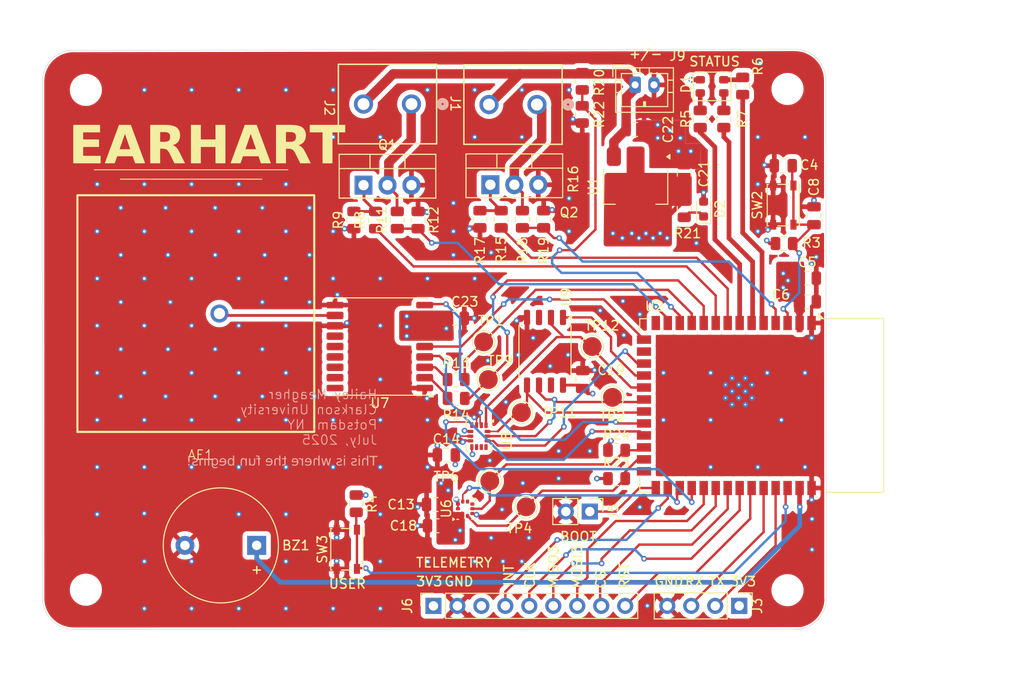
<source format=kicad_pcb>
(kicad_pcb (version 20241229) (generator "pcbnew") (generator_version "9.0")
  (layers (0 "F.Cu" signal) (4 "In1.Cu" power) (6 "In2.Cu" power) (2 "B.Cu" signal) (13 "F.Paste" user) (15 "B.Paste" user) (5 "F.SilkS" user "F.Silkscreen") (7 "B.SilkS" user "B.Silkscreen") (1 "F.Mask" user) (3 "B.Mask" user) (25 "Edge.Cuts" user))
  (net 0 "")
  (net 1 "Net-(AE1-A)")
  (net 2 "GND")
  (net 3 "/BUZZER")
  (net 4 "/EN")
  (net 5 "+3.3V")
  (net 6 "/BATT_IN")
  (net 7 "Net-(D1-RK)")
  (net 8 "Net-(D1-BK)")
  (net 9 "Net-(D1-GK)")
  (net 10 "Net-(D2-K)")
  (net 11 "Net-(J1-Pin_1)")
  (net 12 "Net-(J2-Pin_1)")
  (net 13 "/MCU_RX")
  (net 14 "/MCU_TX")
  (net 15 "/BOOT")
  (net 16 "/MOSI3")
  (net 17 "/TELE_RST")
  (net 18 "/SPI_CLK3")
  (net 20 "/MISO3")
  (net 21 "/TELE_INT")
  (net 22 "/TELE_CS")
  (net 23 "Net-(Q1-G)")
  (net 24 "Net-(Q2-G)")
  (net 25 "I2C_SDA")
  (net 26 "/BUTT_0")
  (net 27 "/STATUS_R")
  (net 28 "/STATUS_B")
  (net 29 "/STATUS_G")
  (net 30 "/PYRO_1")
  (net 31 "/SENSE_1")
  (net 32 "Net-(U7-RXD)")
  (net 33 "U1RX")
  (net 34 "U1TX")
  (net 35 "Net-(U7-TXD)")
  (net 36 "/PYRO_2")
  (net 37 "/SENSE_2")
  (net 38 "I2C_SCL")
  (net 39 "SPI_CLK2")
  (net 40 "MOSI2")
  (net 41 "MISO2")
  (net 42 "GPS_EXTINT")
  (net 43 "IMU_INT")
  (net 44 "BARO_INT")
  (net 45 "GPS_TP")
  (net 49 "FLASH_CS")
  (net 50 "IMU_CS")
  (net 51 "/BATT_SENSE")
  (net 52 "GPS_RESET")
  (footprint "TestPoint:TestPoint_Pad_D2.0mm" (layer "F.Cu") (at 197.450002 97.215)
    (property "Reference" "TP12")
    (property "Value" "TestPoint")
  )
  (footprint "Button_Switch_SMD:SW_SPST_PTS810" (layer "F.Cu") (at 217.700002 82.215 90)
    (property "Reference" "SW2")
    (property "Value" "SW_Push")
  )
  (footprint "Resistor_SMD:R_0805_2012Metric" (layer "F.Cu") (at 217.787502 86.29)
    (property "Reference" "R3")
    (property "Value" "10K")
  )
  (footprint "MountingHole:MountingHole_3mm" (layer "F.Cu") (at 218.15 123.05)
    (property "Reference" "H3")
    (property "Value" "MountingHole")
  )
  (footprint "Resistor_SMD:R_0805_2012Metric" (layer "F.Cu") (at 174.5 83.8 90)
    (property "Reference" "R8")
    (property "Value" "2.2K")
  )
  (footprint "Capacitor_SMD:C_0805_2012Metric" (layer "F.Cu") (at 202 74.2)
    (property "Reference" "C22")
    (property "Value" "1u")
  )
  (footprint "TerminalBlock_TE-Connectivity:282837-2_TYC" (layer "F.Cu") (at 191.600002 71.5525 180)
    (property "Reference" "J1")
    (property "Value" "PYRO")
  )
  (footprint "Resistor_SMD:R_0805_2012Metric" (layer "F.Cu") (at 196.4 69.0875 -90)
    (property "Reference" "R20")
    (property "Value" "10K")
  )
  (footprint "Capacitor_SMD:C_0805_2012Metric" (layer "F.Cu") (at 207.206252 78.88375 90)
    (property "Reference" "C21")
    (property "Value" "1u")
  )
  (footprint "MountingHole:MountingHole_3mm" (layer "F.Cu") (at 143.8 123)
    (property "Reference" "H2")
    (property "Value" "MountingHole")
  )
  (footprint "Connector_PinHeader_2.54mm:PinHeader_1x04_P2.54mm_Vertical" (layer "F.Cu") (at 213.030002 124.715 -90)
    (property "Reference" "J3")
    (property "Value" "Conn_01x04")
  )
  (footprint "MountingHole:MountingHole_3mm" (layer "F.Cu") (at 218.15 69.9)
    (property "Reference" "H3")
    (property "Value" "MountingHole")
  )
  (footprint "Resistor_SMD:R_0805_2012Metric" (layer "F.Cu") (at 213.4 69.5875 90)
    (property "Reference" "R6")
    (property "Value" "47")
  )
  (footprint "Button_Switch_SMD:SW_SPST_PTS810" (layer "F.Cu") (at 171.450002 118.715 90)
    (property "Reference" "SW3")
    (property "Value" "SW_Push")
  )
  (footprint "Resistor_SMD:R_0805_2012Metric" (layer "F.Cu") (at 211.4 73.0875 90)
    (property "Reference" "R7")
    (property "Value" "47")
  )
  (footprint "Capacitor_SMD:C_0805_2012Metric" (layer "F.Cu") (at 182.950002 94.215)
    (property "Reference" "C23")
    (property "Value" "1u")
  )
  (footprint "Resistor_SMD:R_0805_2012Metric" (layer "F.Cu") (at 200.037502 108.215)
    (property "Reference" "R24")
    (property "Value" "4.7K")
  )
  (footprint "Resistor_SMD:R_0805_2012Metric" (layer "F.Cu") (at 192.310002 83.715 -90)
    (property "Reference" "R19")
    (property "Value" "3K")
  )
  (footprint "Resistor_SMD:R_0805_2012Metric" (layer "F.Cu") (at 208.9 73.0875 90)
    (property "Reference" "R5")
    (property "Value" "270")
  )
  (footprint "TestPoint:TestPoint_Pad_D2.0mm" (layer "F.Cu") (at 190.450002 114.215)
    (property "Reference" "TP4")
    (property "Value" "TestPoint")
  )
  (footprint "Resistor_SMD:R_0805_2012Metric" (layer "F.Cu") (at 187.810002 83.715 90)
    (property "Reference" "R15")
    (property "Value" "2.2K")
  )
  (footprint "Resistor_SMD:R_0805_2012Metric" (layer "F.Cu") (at 179 83.8 -90)
    (property "Reference" "R12")
    (property "Value" "3K")
  )
  (footprint "Package_TO_SOT_SMD:SOT-223-3_TabPin2" (layer "F.Cu") (at 202.050002 80.215 -90)
    (property "Reference" "U1")
    (property "Value" "TLV1117-33")
  )
  (footprint "LED_SMD:LED_0603_1608Metric" (layer "F.Cu") (at 209.256252 82.63375 90)
    (property "Reference" "D2")
    (property "Value" "LED")
  )
  (footprint "Capacitor_SMD:C_0805_2012Metric" (layer "F.Cu") (at 220.950002 83.34 -90)
    (property "Reference" "C8")
    (property "Value" "1u")
  )
  (footprint "TestPoint:TestPoint_Pad_D2.0mm" (layer "F.Cu") (at 189.950002 104.215)
    (property "Reference" "TP11")
    (property "Value" "TestPoint")
  )
  (footprint "Resistor_SMD:R_0805_2012Metric" (layer "F.Cu") (at 207.206252 82.59625 -90)
    (property "Reference" "R21")
    (property "Value" "130")
  )
  (footprint "TestPoint:TestPoint_Pad_D2.0mm" (layer "F.Cu") (at 199.6 102.6 180)
    (property "Reference" "TP2")
    (property "Value" "TestPoint")
  )
  (footprint "RF_GPS:ublox_MAX" (layer "F.Cu") (at 174.950002 97.215 180)
    (property "Reference" "U7")
    (property "Value" "MAX-M8C")
  )
  (footprint "Capacitor_SMD:C_0805_2012Metric" (layer "F.Cu") (at 180.850002 113.965 180)
    (property "Reference" "C13")
    (property "Value" "1u")
  )
  (footprint "Connector_JST:JST_PH_B2B-PH-K_1x02_P2.00mm_Vertical" (layer "F.Cu") (at 202 69.465)
    (property "Reference" "J9")
    (property "Value" "Conn_01x02_Pin")
  )
  (footprint "Capacitor_SMD:C_0805_2012Metric" (layer "F.Cu") (at 180.950002 116.215 180)
    (property "Reference" "C18")
    (property "Value" "4.7u")
  )
  (footprint "Resistor_SMD:R_0805_2012Metric" (layer "F.Cu") (at 172.2 83.8 90)
    (property "Reference" "R9")
    (property "Value" "10K")
  )
  (footprint "TestPoint:TestPoint_Pad_D2.0mm" (layer "F.Cu") (at 186.450002 100.715)
    (property "Reference" "TP9")
    (property "Value" "TestPoint")
  )
  (footprint "Package_LGA:ST_HLGA-10_2x2mm_P0.5mm_LayoutBorder3x2y" (layer "F.Cu") (at 183.987502 114.415 90)
    (property "Reference" "U6")
    (property "Value" "LPS22HH")
  )
  (footprint "Resistor_SMD:R_0805_2012Metric" (layer "F.Cu") (at 185.560002 83.715 90)
    (property "Reference" "R17")
    (property "Value" "10K")
  )
  (footprint "Resistor_SMD:R_0805_2012Metric" (layer "F.Cu") (at 172.450002 113.8775 -90)
    (property "Reference" "R4")
    (property "Value" "10K")
  )
  (footprint "LED_SMD:LED_Cree-PLCC4_3.2x2.8mm_CCW" (layer "F.Cu") (at 210.15 69.625)
    (property "Reference" "D1")
    (property "Value" "CLV1L-FKB")
  )
  (footprint "Connector_PinSocket_2.54mm:PinSocket_1x09_P2.54mm_Vertical" (layer "F.Cu") (at 180.630002 124.715 90)
    (property "Reference" "J6")
    (property "Value" "Conn_01x09_Socket")
  )
  (footprint "Capacitor_SMD:C_0805_2012Metric" (layer "F.Cu") (at 196.450002 100.715 -90)
    (property "Reference" "C19")
    (property "Value" "1u")
  )
  (footprint "Capacitor_SMD:C_0805_2012Metric" (layer "F.Cu") (at 217.700002 78.04 180)
    (property "Reference" "C4")
    (property "Value" "100n")
  )
  (footprint "Resistor_SMD:R_0805_2012Metric" (layer "F.Cu") (at 183.037502 100.715 180)
    (property "Reference" "R13")
    (property "Value" "22")
  )
  (footprint "TestPoint:TestPoint_Pad_D2.0mm" (layer "F.Cu") (at 186.600002 111.465)
    (property "Reference" "TP6")
    (property "Value" "TestPoint")
  )
  (footprint "MountingHole:MountingHole_3mm" (layer "F.Cu") (at 143.8 70)
    (property "Reference" "H4")
    (property "Value" "MountingHole")
  )
  (footprint "Package_LGA:LGA-14_3x2.5mm_P0.5mm_LayoutBorder3x4y" (layer "F.Cu") (at 185.450002 106.715 -90)
    (property "Reference" "U8")
    (property "Value" "LSM6DS3")
  )
  (footprint "Resistor_SMD:R_0805_2012Metric" (layer "F.Cu") (at 200.037502 111.215)
    (property "Reference" "R23")
    (property "Value" "4.7K")
  )
  (footprint "Package_SO:SOIC-8_5.3x5.3mm_P1.27mm" (layer "F.Cu") (at 192.450002 97.715 -90)
    (property "Reference" "U9")
    (property "Value" "W25Q16JVSS")
  )
  (footprint "Resistor_SMD:R_0805_2012Metric" (layer "F.Cu") (at 190.060002 83.715 90)
    (property "Reference" "R18")
    (property "Value" "10K")
  )
  (footprint "Capacitor_SMD:C_0805_2012Metric" (layer "F.Cu") (at 182.000002 108.715)
    (property "Reference" "C14")
    (property "Value" "1u")
  )
  (footprint "Resistor_SMD:R_0805_2012Metric" (layer "F.Cu") (at 176.8 83.8 90)
    (property "Reference" "R11")
    (property "Value" "10K")
  )
  (footprint "Capacitor_SMD:C_0805_2012Metric" (layer "F.Cu") (at 220.250002 92.465)
    (property "Reference" "C6")
    (property "Value" "100n")
  )
  (footprint "Buzzer_Beeper:Buzzer_12x9.5RM7.6" (layer "F.Cu") (at 161.9 118.3 180)
    (property "Reference" "BZ1")
    (property "Value" "Buzzer")
  )
  (footprint "Capacitor_SMD:C_0805_2012Metric" (layer "F.Cu") (at 220.250002 89.965)
    (property "Reference" "C5")
    (property "Value" "22u")
  )
  (footprint "TerminalBlock_TE-Connectivity:282837-2_TYC" (layer "F.Cu") (at 178.3 71.5 180)
    (property "Reference" "J2")
    (property "Value" "PYRO")
  )
  (footprint "RF_Antenna:Untitled" (layer "F.Cu") (at 155.450002 93.715 90)
    (property "Reference" "AE1")
    (property "Value" "Antenna")
  )
  (footprint "Resistor_SMD:R_0805_2012Metric" (layer "F.Cu") (at 196.4 72.6 -90)
    (property "Reference" "R22")
    (property "Value" "10K")
  )
  (footprint "Resistor_SMD:R_0805_2012Metric" (layer "F.Cu") (at 183.037502 102.715 180)
    (property "Reference" "R14")
    (property "Value" "22")
  )
  (footprint "Package_TO_SOT_THT:TO-220-3_Vertical" (layer "F.Cu") (at 173.22 80.1)
    (property "Reference" "Q1")
    (property "Value" "IRLZ44N")
  )
  (footprint "RF_Module:ESP32-S3-WROOM-1" (layer "F.Cu") (at 215.440002 103.465 -90)
    (property "Reference" "U2")
    (property "Value" "ESP32-S3-WROOM-1")
  )
  (footprint "Connector_PinHeader_2.54mm:PinHeader_1x02_P2.54mm_Vertical" (layer "F.Cu") (at 197.200002 114.715 -90)
    (property "Reference" "J5")
    (property "Value" "Conn_01x02_Pin")
  )
  (footprint "Package_TO_SOT_THT:TO-220-3_Vertical" (layer "F.Cu") (at 186.660002 80.0525)
    (property "Reference" "Q2")
    (property "Value" "IRLZ44N")
  )
  (footprint "TestPoint:TestPoint_Pad_D2.0mm" (layer "F.Cu") (at 185.950002 96.715)
    (property "Reference" "TP1")
    (property "Value" "TestPoint")
  )
  (gr_line (start 144.700002 78.465) (end 165.200002 78.465) (stroke (width 0.1)) (layer "F.SilkS"))
  (gr_line (start 147.450002 79.465) (end 162.450002 79.465) (stroke (width 0.1)) (layer "F.SilkS"))
  (gr_arc (start 222.266548 123.916549) (mid 221.3 126.25) (end 218.966549 127.216548) (stroke (width 0.05)) (layer "Edge.Cuts"))
  (gr_line (start 142.7 65.8) (end 218.916548 65.683452) (stroke (width 0.05)) (layer "Edge.Cuts"))
  (gr_line (start 222.216548 68.983452) (end 222.243288 123.916549) (stroke (width 0.05)) (layer "Edge.Cuts"))
  (gr_line (start 219.866549 127.166547) (end 142.5 127.2) (stroke (width 0.05)) (layer "Edge.Cuts"))
  (gr_arc (start 142.5 127.2) (mid 140.178286 126.2452) (end 139.200001 123.933284) (stroke (width 0.05)) (layer "Edge.Cuts"))
  (gr_line (start 139.200001 123.933284) (end 139.193945 69.099999) (stroke (width 0.05)) (layer "Edge.Cuts"))
  (gr_arc (start 139.193945 69.099999) (mid 140.23408 66.692593) (end 142.7 65.8) (stroke (width 0.05)) (layer "Edge.Cuts"))
  (gr_arc (start 218.916548 65.683452) (mid 221.25 66.65) (end 222.216548 68.983452) (stroke (width 0.05)) (layer "Edge.Cuts"))
  (gr_text "CLK\n" (at 191.450002 122.965 90) (layer "F.SilkS") (effects (font (size 1 1) (thickness 0.16)) (justify left bottom)))
  (gr_text "STATUS\n" (at 207.65 67.575 0) (layer "F.SilkS") (effects (font (size 1 1) (thickness 0.16)) (justify left bottom)))
  (gr_text "3V3\n" (at 178.700002 122.715 0) (layer "F.SilkS") (effects (font (size 1 1) (thickness 0.16)) (justify left bottom)))
  (gr_text "CS" (at 198.950002 122.965 90) (layer "F.SilkS") (effects (font (size 1 1) (thickness 0.16)) (justify left bottom)))
  (gr_text "+/-\n" (at 201.25 66.75 0) (layer "F.SilkS") (effects (font (size 1 1) (thickness 0.16)) (justify left bottom)))
  (gr_text "USER\n" (at 169.450002 122.965 0) (layer "F.SilkS") (effects (font (size 1 1) (thickness 0.16)) (justify left bottom)))
  (gr_text "RX\n" (at 207.200002 122.715 0) (layer "F.SilkS") (effects (font (size 1 1) (thickness 0.16)) (justify left bottom)))
  (gr_text "TELEMETRY\n" (at 178.700002 120.715 0) (layer "F.SilkS") (effects (font (size 1 1) (thickness 0.16)) (justify left bottom)))
  (gr_text "3V3" (at 211.950002 122.715 0) (layer "F.SilkS") (effects (font (size 1 1) (thickness 0.16)) (justify left bottom)))
  (gr_text "INT" (at 189.200002 122.715 90) (layer "F.SilkS") (effects (font (size 1 1) (thickness 0.16)) (justify left bottom)))
  (gr_text "R16" (at 195.450002 79.465 90) (layer "F.SilkS") (effects (font (size 1 1))))
  (gr_text "EARHART" (at 141.950002 78.465 0) (layer "F.SilkS") (effects (font (size 4 4) (thickness 0.3) (bold yes)) (justify left bottom)))
  (gr_text "GND" (at 203.950002 122.715 0) (layer "F.SilkS") (effects (font (size 1 1) (thickness 0.16)) (justify left bottom)))
  (gr_text "BOOT\n" (at 193.950002 117.965 0) (layer "F.SilkS") (effects (font (size 1 1) (thickness 0.16)) (justify left bottom)))
  (gr_text "MOSI3" (at 196.450002 122.965 90) (layer "F.SilkS") (effects (font (size 1 1) (thickness 0.16)) (justify left bottom)))
  (gr_text "MISO3" (at 193.950002 122.965 90) (layer "F.SilkS") (effects (font (size 1 1) (thickness 0.16)) (justify left bottom)))
  (gr_text "GND\n" (at 181.700002 122.715 0) (layer "F.SilkS") (effects (font (size 1 1) (thickness 0.16)) (justify left bottom)))
  (gr_text "TX\n" (at 209.700002 122.715 0) (layer "F.SilkS") (effects (font (size 1 1) (thickness 0.16)) (justify left bottom)))
  (gr_text "RST" (at 201.450002 122.965 90) (layer "F.SilkS") (effects (font (size 1 1) (thickness 0.16)) (justify left bottom)))
  (gr_text "This is where the fun begins!" (at 174.700002 110 0) (layer "B.SilkS") (effects (font (size 1 1) (thickness 0.1)) (justify left bottom mirror)))
  (gr_text_box "Hailey Meagher\nClarkson University\nPotsdam, NY\nJuly, 2025\n" (start 153.15 100.7) (end 175.75 108.215) (margins 1.0025 1.0025 1.0025 1.0025) (layer "B.SilkS") (effects (font (size 1 1) (thickness 0.1)) (justify left top mirror)) (border yes))
  (segment (start 157.950002 93.715) (end 158.450002 93.715) (width 0.3) (layer "F.Cu") (net 1))
  (segment (start 158.450002 93.715) (end 158.650002 93.915) (width 0.3) (layer "F.Cu") (net 1))
  (segment (start 158.650002 93.915) (end 170.200002 93.915) (width 0.3) (layer "F.Cu") (net 1))
  (segment (start 185.150002 114.915) (end 184.750002 114.915) (width 0.16) (layer "F.Cu") (net 2))
  (segment (start 189.950002 94.465) (end 190.287502 94.1275) (width 0.3) (layer "F.Cu") (net 2))
  (segment (start 215.775002 78.04) (end 215.700002 77.965) (width 0.35) (layer "F.Cu") (net 2))
  (segment (start 170.375002 117.465) (end 170.375002 116.64) (width 0.35) (layer "F.Cu") (net 2))
  (segment (start 184.950002 94.215) (end 183.900002 94.215) (width 0.35) (layer "F.Cu") (net 2))
  (segment (start 179.700002 101.615) (end 179.700002 102.465) (width 0.35) (layer "F.Cu") (net 2))
  (segment (start 220.700002 92.965) (end 221.200002 92.465) (width 0.35) (layer "F.Cu") (net 2))
  (segment (start 185.191061 114.956059) (end 185.150002 114.915) (width 0.16) (layer "F.Cu") (net 2))
  (segment (start 183.225002 114.415) (end 183.225002 113.915) (width 0.16) (layer "F.Cu") (net 2))
  (segment (start 221.200002 89.965) (end 221.200002 88.465) (width 0.35) (layer "F.Cu") (net 2))
  (segment (start 184.683048 106.860546) (end 184.537502 106.715) (width 0.16) (layer "F.Cu") (net 2))
  (segment (start 220.950002 82.39) (end 220.950002 81.715) (width 0.35) (layer "F.Cu") (net 2))
  (segment (start 216.625002 78.165) (end 216.750002 78.04) (width 0.35) (layer "F.Cu") (net 2))
  (segment (start 171.150002 95.015) (end 171.450002 94.715) (width 0.35) (layer "F.Cu") (net 2))
  (segment (start 209.256252 81.84625) (end 209.256252 80.88375) (width 0.35) (layer "F.Cu") (net 2))
  (segment (start 196.450002 99.765) (end 197.650002 99.765) (width 0.3) (layer "F.Cu") (net 2))
  (segment (start 183.186502 113.550989) (end 183.186502 113.915) (width 0.35) (layer "F.Cu") (net 2))
  (segment (start 181.050002 107.715) (end 181.050002 108.715) (width 0.35) (layer "F.Cu") (net 2))
  (segment (start 216.625002 80.14) (end 216.625002 78.165) (width 0.35) (layer "F.Cu") (net 2))
  (segment (start 220.700002 94.715) (end 220.700002 96.299998) (width 0.5) (layer "F.Cu") (net 2))
  (segment (start 170.375002 119.965) (end 170.375002 120.79) (width 0.35) (layer "F.Cu") (net 2))
  (segment (start 185.576002 105.4285) (end 185.700002 105.5525) (width 0.16) (layer "F.Cu") (net 2))
  (segment (start 170.200002 92.815) (end 170.200002 91.965) (width 0.35) (layer "F.Cu") (net 2))
  (segment (start 220.700002 96.299998) (end 220.7 96.3) (width 0.5) (layer "F.Cu") (net 2))
  (segment (start 192.310002 82.8025) (end 193.112502 82.8025) (width 0.3) (layer "F.Cu") (net 2))
  (segment (start 179.900002 113.965) (end 179.200002 113.965) (width 0.35) (layer "F.Cu") (net 2))
  (segment (start 185.576002 104.215) (end 185.576002 105.4285) (width 0.16) (layer "F.Cu") (net 2))
  (segment (start 184.537502 107.215) (end 184.596405 107.215) (width 0.16) (layer "F.Cu") (net 2))
  (segment (start 185.200002 105.5525) (end 185.200002 104.965) (width 0.16) (layer "F.Cu") (net 2))
  (segment (start 196.4 73.5125) (end 195.8125 73.5125) (width 0.5) (layer "F.Cu") (net 2))
  (segment (start 195.8125 73.5125) (end 195.4 73.1) (width 0.5) (layer "F.Cu") (net 2))
  (segment (start 221.200002 92.465) (end 221.200002 89.965) (width 0.35) (layer "F.Cu") (net 2))
  (segment (start 185.200002 104.965) (end 184.950002 104.715) (width 0.16) (layer "F.Cu") (net 2))
  (segment (start 183.984502 107.341) (end 183.736502 107.341) (width 0.16) (layer "F.Cu") (net 2))
  (segment (start 170.200002 95.015) (end 171.150002 95.015) (width 0.35) (layer "F.Cu") (net 2))
  (segment (start 184.110502 107.215) (end 183.984502 107.341) (width 0.16) (layer "F.Cu") (net 2))
  (segment (start 179.875002 82.89) (end 179.950002 82.965) (width 0.3) (layer "F.Cu") (net 2))
  (segment (start 184.537502 107.215) (end 184.110502 107.215) (width 0.16) (layer "F.Cu") (net 2))
  (segment (start 216.075002 84.84) (end 216.625002 84.29) (width 0.35) (layer "F.Cu") (net 2))
  (segment (start 185.191061 115.042) (end 185.191061 114.956059) (width 0.16) (layer "F.Cu") (net 2))
  (segment (start 183.236502 106.715) (end 184.450002 106.715) (width 0.16) (layer "F.Cu") (net 2))
  (segment (start 221.200002 87.715) (end 221.200002 88.465) (width 0.35) (layer "F.Cu") (net 2))
  (segment (start 170.200002 91.965) (end 170.450002 91.715) (width 0.35) (layer "F.Cu") (net 2))
  (segment (start 172.270002 84.715) (end 171.200002 84.715) (width 0.3) (layer "F.Cu") (net 2))
  (segment (start 185.560002 84.6275) (end 184.537502 84.6275) (width 0.3) (layer "F.Cu") (net 2))
  (segment (start 184.537502 84.6275) (end 184.450002 84.715) (width 0.3) (layer "F.Cu") (net 2))
  (segment (start 220.700002 112.215) (end 220.700002 113.465) (width 0.35) (layer "F.Cu") (net 2))
  (segment (start 220.700002 94.715) (end 220.700002 92.965) (width 0.35) (layer "F.Cu") (net 2))
  (segment (start 179.200002 113.965) (end 178.950002 114.215) (width 0.35) (layer "F.Cu") (net 2))
  (segment (start 190.287502 94.1275) (end 190.545002 94.1275) (width 0.3) (layer "F.Cu") (net 2))
  (segment (start 179.020002 82.89) (end 179.875002 82.89) (width 0.3) (layer "F.Cu") (net 2))
  (segment (start 220.700002 88.465) (end 221.200002 88.465) (width 0.35) (layer "F.Cu") (net 2))
  (segment (start 180.000002 116.215) (end 178.950002 116.215) (width 0.35) (layer "F.Cu") (net 2))
  (segment (start 216.750002 78.04) (end 215.775002 78.04) (width 0.35) (layer "F.Cu") (net 2))
  (segment (start 179.700002 102.465) (end 179.950002 102.715) (width 0.35) (layer "F.Cu") (net 2))
  (segment (start 183.069723 113.43421) (end 183.186502 113.550989) (width 0.35) (layer "F.Cu") (net 2))
  (segment (start 193.112502 82.8025) (end 193.200002 82.715) (width 0.3) (layer "F.Cu") (net 2))
  (segment (start 197.650002 99.765) (end 197.700002 99.715) (width 0.3) (layer "F.Cu") (net 2))
  (segment (start 189.450002 94.465) (end 189.950002 94.465) (width 0.3) (layer "F.Cu") (net 2))
  (via (at 170 90) (size 0.6) (drill 0.3) (layers "F.Cu" "B.Cu") (net 2))
  (via (at 198.3 93.4) (size 0.6) (drill 0.3) (layers "F.Cu" "B.Cu") (net 2))
  (via (at 155 80) (size 0.6) (drill 0.3) (layers "F.Cu" "B.Cu") (net 2))
  (via (at 182.75 85) (size 0.6) (drill 0.3) (layers "F.Cu" "B.Cu") (net 2))
  (via (at 170 75) (size 0.6) (drill 0.3) (layers "F.Cu" "B.Cu") (net 2))
  (via (at 183.069723 113.43421) (size 0.6) (drill 0.3) (layers "F.Cu" "B.Cu") (net 2))
  (via (at 185 120) (size 0.6) (drill 0.3) (layers "F.Cu" "B.Cu") (net 2))
  (via (at 150 110) (size 0.6) (drill 0.3) (layers "F.Cu" "B.Cu") (net 2))
  (via (at 150 125) (size 0.6) (drill 0.3) (layers "F.Cu" "B.Cu") (net 2))
  (via (at 183.736502 107.341) (size 0.6) (drill 0.3) (layers "F.Cu" "B.Cu") (net 2))
  (via (at 217.5 105) (size 0.6) (drill 0.3) (layers "F.Cu" "B.Cu") (net 2))
  (via (at 170 110) (size 0.6) (drill 0.3) (layers "F.Cu" "B.Cu") (net 2))
  (via (at 180 120) (size 0.6) (drill 0.3) (layers "F.Cu" "B.Cu") (net 2))
  (via (at 200.8 96) (size 0.6) (drill 0.3) (layers "F.Cu" "B.Cu") (net 2))
  (via (at 152.5 97.5) (size 0.6) (drill 0.3) (layers "F.Cu" "B.Cu") (net 2))
  (via (at 182.75 87.5) (size 0.6) (drill 0.3) (layers "F.Cu" "B.Cu") (net 2))
  (via (at 165 95) (size 0.6) (drill 0.3) (layers "F.Cu" "B.Cu") (net 2))
  (via (at 220.7 96.3) (size 0.6) (drill 0.3) (layers "F.Cu" "B.Cu") (net 2))
  (via (at 147.5 92.5) (size 0.6) (drill 0.3) (layers "F.Cu" "B.Cu") (net 2))
  (via (at 190 75) (size 0.6) (drill 0.3) (layers "F.Cu" "B.Cu") (net 2))
  (via (at 170 70) (size 0.6) (drill 0.3) (layers "F.Cu" "B.Cu") (net 2))
  (via (at 180 105) (size 0.6) (drill 0.3) (layers "F.Cu" "B.Cu") (net 2))
  (via (at 194.9 98.1) (size 0.6) (drill 0.3) (layers "F.Cu" "B.Cu") (net 2))
  (via (at 167.5 97.5) (size 0.6) (drill 0.3) (layers "F.Cu" "B.Cu") (net 2))
  (via (at 155 120) (size 0.6) (drill 0.3) (layers "F.Cu" "B.Cu") (net 2))
  (via (at 160 105) (size 0.6) (drill 0.3) (layers "F.Cu" "B.Cu") (net 2))
  (via (at 220.75 118.75) (size 0.6) (drill 0.3) (layers "F.Cu" "B.Cu") (net 2))
  (via (at 152.25 82.5) (size 0.6) (drill 0.3) (layers "F.Cu" "B.Cu") (net 2))
  (via (at 157.5 82.5) (size 0.6) (drill 0.3) (layers "F.Cu" "B.Cu") (net 2))
  (via (at 180 90) (size 0.6) (drill 0.3) (layers "F.Cu" "B.Cu") (net 2))
  (via (at 155 90) (size 0.6) (drill 0.3) (layers "F.Cu" "B.Cu") (net 2))
  (via (at 175 125) (size 0.6) (drill 0.3) (layers "F.Cu" "B.Cu") (net 2))
  (via (at 215 80) (size 0.6) (drill 0.3) (layers "F.Cu" "B.Cu") (net 2))
  (via (at 155 125) (size 0.6) (drill 0.3) (layers "F.Cu" "B.Cu") (net 2))
  (via (at 147.5 102.5) (size 0.6) (drill 0.3) (layers "F.Cu" "B.Cu") (net 2))
  (via (at 155 105) (size 0.6) (drill 0.3) (layers "F.Cu" "B.Cu") (net 2))
  (via (at 155 110) (size 0.6) (drill 0.3) (layers "F.Cu" "B.Cu") (net 2))
  (via (at 150 90) (size 0.6) (drill 0.3) (layers "F.Cu" "B.Cu") (net 2))
  (via (at 162.5 82.5) (size 0.6) (drill 0.3) (layers "F.Cu" "B.Cu") (net 2))
  (via (at 175 75) (size 0.6) (drill 0.3) (layers "F.Cu" "B.Cu") (net 2))
  (via (at 155 95) (size 0.6) (drill 0.3) (layers "F.Cu" "B.Cu") (net 2))
  (via (at 195 81.5) (size 0.6) (drill 0.3) (layers "F.Cu" "B.Cu") (net 2))
  (via (at 165 80) (size 0.6) (drill 0.3) (layers "F.Cu" "B.Cu") (net 2))
  (via (at 220 110) (size 0.6) (drill 0.3) (layers "F.Cu" "B.Cu") (net 2))
  (via (at 170.375002 117.465) (size 0.6) (drill 0.3) (layers "F.Cu" "B.Cu") (net 2))
  (via (at 165 110) (size 0.6) (drill 0.3) (layers "F.Cu" "B.Cu") (net 2))
  (via (at 167.5 82.5) (size 0.6) (drill 0.3) (layers "F.Cu" "B.Cu") (net 2))
  (via (at 147.5 87.5) (size 0.6) (drill 0.3) (layers "F.Cu" "B.Cu") (net 2))
  (via (at 178.950002 116.215) (size 0.6) (drill 0.3) (layers "F.Cu" "B.Cu") (net 2))
  (via (at 157.5 102.5) (size 0.6) (drill 0.3) (layers "F.Cu" "B.Cu") (net 2))
  (via (at 150 95) (size 0.6) (drill 0.3) (layers "F.Cu" "B.Cu") (net 2))
  (via (at 157.5 97.5) (size 0.6) (drill 0.3) (layers "F.Cu" "B.Cu") (net 2))
  (via (at 178.950002 114.215) (size 0.6) (drill 0.3) (layers "F.Cu" "B.Cu") (net 2))
  (via (at 170 105) (size 0.6) (drill 0.3) (layers "F.Cu" "B.Cu") (net 2))
  (via (at 215.25 67.15) (size 0.6) (drill 0.3) (layers "F.Cu" "B.Cu") (net 2))
  (via (at 193.9 108.3) (size 0.6) (drill 0.3) (layers "F.Cu" "B.Cu") (net 2))
  (via (at 195 70) (size 0.6) (drill 0.3) (layers "F.Cu" "B.Cu") (net 2))
  (via (at 189.450002 94.465) (size 0.6) (drill 0.3) (layers "F.Cu" "B.Cu") (net 2))
  (via (at 188 120) (size 0.6) (drill 0.3) (layers "F.Cu" "B.Cu") (net 2))
  (via (at 162.5 92.5) (size 0.6) (drill 0.3) (layers "F.Cu" "B.Cu") (net 2))
  (via (at 160 100) (size 0.6) (drill 0.3) (layers "F.Cu" "B.Cu") (net 2))
  (via (at 160 90) (size 0.6) (drill 0.3) (layers "F.Cu" "B.Cu") (net 2))
  (via (at 197.2 108.3) (size 0.6) (drill 0.3) (layers "F.Cu" "B.Cu") (net 2))
  (via (at 180 110) (size 0.6) (drill 0.3) (layers "F.Cu" "B.Cu") (net 2))
  (via (at 165 90) (size 0.6) (drill 0.3) (layers "F.Cu" "B.Cu") (net 2))
  (via (at 206.6 76.5) (size 0.6) (drill 0.3) (layers "F.Cu" "B.Cu") (net 2))
  (via (at 175 105) (size 0.6) (drill 0.3) (layers "F.Cu" "B.Cu") (net 2))
  (via (at 175 120) (size 0.6) (drill 0.3) (layers "F.Cu" "B.Cu") (net 2))
  (via (at 160 110) (size 0.6) (drill 0.3) (layers "F.Cu" "B.Cu") (net 2))
  (via (at 205 105) (size 0.6) (drill 0.3) (layers "F.Cu" "B.Cu") (net 2))
  (via (at 175 90) (size 0.6) (drill 0.3) (layers "F.Cu" "B.Cu") (net 2))
  (via (at 160 125) (size 0.6) (drill 0.3) (layers "F.Cu" "B.Cu") (net 2))
  (via (at 145 115) (size 0.6) (drill 0.3) (layers "F.Cu" "B.Cu") (net 2))
  (via (at 150 120) (size 0.6) (drill 0.3) (layers "F.Cu" "B.Cu") (net 2))
  (via (at 210 105) (size 0.6) (drill 0.3) (layers "F.Cu" "B.Cu") (net 2))
  (via (at 150 80) (size 0.6) (drill 0.3) (layers "F.Cu" "B.Cu") (net 2))
  (via (at 170.375002 119.965) (size 0.6) (drill 0.3) (layers "F.Cu" "B.Cu") (net 2))
  (via (at 160 115) (size 0.6) (drill 0.3) (layers "F.Cu" "B.Cu") (net 2))
  (via (at 184.950002 94.215) (size 0.6) (drill 0.3) (layers "F.Cu" "B.Cu") (net 2))
  (via (at 182.75 82) (size 0.6) (drill 0.3) (layers "F.Cu" "B.Cu") (net 2))
  (via (at 190.1 111.7) (size 0.6) (drill 0.3) (layers "F.Cu" "B.Cu") (net 2))
  (via (at 162.5 102.5) (size 0.6) (drill 0.3) (layers "F.Cu" "B.Cu") (net 2))
  (via (at 220.700002 113.465) (size 0.6) (drill 0.3) (layers "F.Cu" "B.Cu") (net 2))
  (via (at 208.5 86.25) (size 0.6) (drill 0.3) (layers "F.Cu" "B.Cu") (net 2))
  (via (at 165 70) (size 0.6) (drill 0.3) (layers "F.Cu" "B.Cu") (net 2))
  (via (at 162.75 87.5) (size 0.6) (drill 0.3) (layers "F.Cu" "B.Cu") (net 2))
  (via (at 160 95) (size 0.6) (drill 0.3) (layers "F.Cu" "B.Cu") (net 2))
  (via (at 186.4 98.7) (size 0.6) (drill 0.3) (layers "F.Cu" "B.Cu") (net 2))
  (via (at 205.7 74.3) (size 0.6) (drill 0.3) (layers "F.Cu" "B.Cu") (net 2))
  (via (at 150 100) (size 0.6) (drill 0.3) (layers "F.Cu" "B.Cu") (net 2))
  (via (at 220 100) (size 0.6) (drill 0.3) (layers "F.Cu" "B.Cu") (net 2))
  (via (at 162.5 97.5) (size 0.6) (drill 0.3) (layers "F.Cu" "B.Cu") (net 2))
  (via (at 190 120) (size 0.6) (drill 0.3) (layers "F.Cu" "B.Cu") (net 2))
  (via (at 145 100) (size 0.6) (drill 0.3) (layers "F.Cu" "B.Cu") (net 2))
  (via (at 184.450002 84.715) (size 0.6) (drill 0.3) (layers "F.Cu" "B.Cu") (net 2))
  (via (at 220.75 115.5) (size 0.6) (drill 0.3) (layers "F.Cu" "B.Cu") (net 2))
  (via (at 185.191061 115.042) (size 0.6) (drill 0.3) (layers "F.Cu" "B.Cu") (net 2))
  (via (at 216.075002 84.84) (size 0.6) (drill 0.3) (layers "F.Cu" "B.Cu") (net 2))
  (via (at 179.950002 82.965) (size 0.6) (drill 0.3) (layers "F.Cu" "B.Cu") (net 2))
  (via (at 171.450002 94.715) (size 0.6) (drill 0.3) (layers "F.Cu" "B.Cu") (net 2))
  (via (at 215 110) (size 0.6) (drill 0.3) (layers "F.Cu" "B.Cu") (net 2))
  (via (at 145 95) (size 0.6) (drill 0.3) (layers "F.Cu" "B.Cu") (net 2))
  (via (at 202.5 114.25) (size 0.6) (drill 0.3) (layers "F.Cu" "B.Cu") (net 2))
  (via (at 147.5 82.5) (size 0.6) (drill 0.3) (layers "F.Cu" "B.Cu") (net 2))
  (via (at 185 90) (size 0.6) (drill 0.3) (layers "F.Cu" "B.Cu") (net 2))
  (via (at 152.25 102.5) (size 0.6) (drill 0.3) (layers "F.Cu" "B.Cu") (net 2))
  (via (at 203.3 124.7) (size 0.6) (drill 0.3) (layers "F.Cu" "B.Cu") (net 2))
  (via (at 215.700002 77.965) (size 0.6) (drill 0.3) (layers "F.Cu" "B.Cu") (net 2))
  (via (at 171.200002 84.715) (size 0.6) (drill 0.3) (layers "F.Cu" "B.Cu") (net 2))
  (via (at 175 100.7) (size 0.6) (drill 0.3) (layers "F.Cu" "B.Cu") (net 2))
  (via (at 165 100) (size 0.6) (drill 0.3) (layers "F.Cu" "B.Cu") (net 2))
  (via (at 184.950002 104.715) (size 0.6) (drill 0.3) (layers "F.Cu" "B.Cu") (net 2))
  (via (at 181.050002 107.715) (size 0.6) (drill 0.3) (layers "F.Cu" "B.Cu") (net 2))
  (via (at 150 85) (size 0.6) (drill 0.3) (layers "F.Cu" "B.Cu") (net 2))
  (via (at 207.9 76.5) (size 0.6) (drill 0.3) (layers "F.Cu" "B.Cu") (net 2))
  (via (at 155 100) (size 0.6) (drill 0.3) (layers "F.Cu" "B.Cu") (net 2))
  (via (at 202.5 93.8) (size 0.6) (drill 0.3) (layers "F.Cu" "B.Cu") (net 2))
  (via (at 170.450002 91.715) (size 0.6) (drill 0.3) (layers "F.Cu" "B.Cu") (net 2))
  (via (at 175 95) (size 0.6) (drill 0.3) (layers "F.Cu" "B.Cu") (net 2))
  (via (at 215 85) (size 0.6) (drill 0.3) (layers "F.Cu" "B.Cu") (net 2))
  (via (at 165 85) (size 0.6) (drill 0.3) (layers "F.Cu" "B.Cu") (net 2))
  (via (at 190.75 117.5) (size 0.6) (drill 0.3) (layers "F.Cu" "B.Cu") (net 2))
  (via (at 160 80) (size 0.6) (drill 0.3) (layers "F.Cu" "B.Cu") (net 2))
  (via (at 183.236502 106.715) (size 0.6) (drill 0.3) (layers "F.Cu" "B.Cu") (net 2))
  (via (at 185 70) (size 0.6) (drill 0.3) (layers "F.Cu" "B.Cu") (net 2))
  (via (at 193.200002 82.715) (size 0.6) (drill 0.3) (layers "F.Cu" "B.Cu") (net 2))
  (via (at 179.950002 102.715) (size 0.6) (drill 0.3) (layers "F.Cu" "B.Cu") (net 2))
  (via (at 221.200002 87.715) (size 0.6) (drill 0.3) (layers "F.Cu" "B.Cu") (net 2))
  (via (at 150 105) (size 0.6) (drill 0.3) (layers "F.Cu" "B.Cu") (net 2))
  (via (at 167.5 87.5) (size 0.6) (drill 0.3) (layers "F.Cu" "B.Cu") (net 2))
  (via (at 188.3 103.1) (size 0.6) (drill 0.3) (layers "F.Cu" "B.Cu") (net 2))
  (via (at 145 110) (size 0.6) (drill 0.3) (layers "F.Cu" "B.Cu") (net 2))
  (via (at 145 90) (size 0.6) (drill 0.3) (layers "F.Cu" "B.Cu") (net 2))
  (via (at 165 125) (size 0.6) (drill 0.3) (layers "F.Cu" "B.Cu") (net 2))
  (via (at 152.5 87.5) (size 0.6) (drill 0.3) (layers "F.Cu" "B.Cu") (net 2))
  (via (at 204.4 75.1) (size 0.6) (drill 0.3) (layers "F.Cu" "B.Cu") (net 2))
  (via (at 185 75) (size 0.6) (drill 0.3) (layers "F.Cu" "B.Cu") (net 2))
  (via (at 157.5 87.5) (size 0.6) (drill 0.3) (layers "F.Cu" "B.Cu") (net 2))
  (via (at 165 115) (size 0.6) (drill 0.3) (layers "F.Cu" "B.Cu") (net 2))
  (via (at 190 70) (size 0.6) (drill 0.3) (layers "F.Cu" "B.Cu") (net 2))
  (via (at 175 110) (size 0.6) (drill 0.3) (layers "F.Cu" "B.Cu") (net 2))
  (via (at 155 70) (size 0.6) (drill 0.3) (layers "F.Cu" "B.Cu") (net 2))
  (via (at 220.950002 81.715) (size 0.6) (drill 0.3) (layers "F.Cu" "B.Cu") (net 2))
  (via (at 195.4 73.1) (size 0.6) (drill 0.3) (layers "F.Cu" "B.Cu") (net 2))
  (via (at 186.6 109.3) (size 0.6) (drill 0.3) (layers "F.Cu" "B.Cu") (net 2))
  (via (at 220.700002 88.465) (size 0.6) (drill 0.3) (layers "F.Cu" "B.Cu") (net 2))
  (via (at 193 99.3) (size 0.6) (drill 0.3) (layers "F.Cu" "B.Cu") (net 2))
  (via (at 210 100) (size 0.6) (drill 0.3) (layers "F.Cu" "B.Cu") (net 2))
  (via (at 185.576002 104.215) (size 0.6) (drill 0.3) (layers "F.Cu" "B.Cu") (net 2))
  (via (at 175 115) (size 0.6) (drill 0.3) (layers "F.Cu" "B.Cu") (net 2))
  (via (at 216 100) (size 0.6) (drill 0.3) (layers "F.Cu" "B.Cu") (net 2))
  (via (at 165 105) (size 0.6) (drill 0.3) (layers "F.Cu" "B.Cu") (net 2))
  (via (at 205 100) (size 0.6) (drill 0.3) (layers "F.Cu" "B.Cu") (net 2))
  (via (at 152.75 92.5) (size 0.6) (drill 0.3) (layers "F.Cu" "B.Cu") (net 2))
  (via (at 186.75 117.5) (size 0.6) (drill 0.3) (layers "F.Cu" "B.Cu") (net 2))
  (via (at 160 85) (size 0.6) (drill 0.3) (layers "F.Cu" "B.Cu") (net 2))
  (via (at 170 85) (size 0.6) (drill 0.3) (layers "F.Cu" "B.Cu") (net 2))
  (via (at 206.8 75.1) (size 0.6) (drill 0.3) (layers "F.Cu" "B.Cu") (net 2))
  (via (at 160 70) (size 0.6) (drill 0.3) (layers "F.Cu" "B.Cu") (net 2))
  (via (at 204.4 73.7) (size 0.6) (drill 0.3) (layers "F.Cu" "B.Cu") (net 2))
  (via (at 209.256252 80.88375) (size 0.6) (drill 0.3) (layers "F.Cu" "B.Cu") (net 2))
  (via (at 149.996217 114.912405) (size 0.6) (drill 0.3) (layers "F.Cu" "B.Cu") (net 2))
  (via (at 191.2 96.3) (size 0.6) (drill 0.3) (layers "F.Cu" "B.Cu") (net 2))
  (via (at 187.9 114.5) (size 0.6) (drill 0.3) (layers "F.Cu" "B.Cu") (net 2))
  (via (at 170 125) (size 0.6) (drill 0.3) (layers "F.Cu" "B.Cu") (net 2))
  (via (at 189.6 98.1) (size 0.6) (drill 0.3) (layers "F.Cu" "B.Cu") (net 2))
  (via (at 195 85) (size 0.6) (drill 0.3) (layers "F.Cu" "B.Cu") (net 2))
  (via (at 168 102.5) (size 0.6) (drill 0.3) (layers "F.Cu" "B.Cu") (net 2))
  (via (at 150 70) (size 0.6) (drill 0.3) (layers "F.Cu" "B.Cu") (net 2))
  (via (at 210 110) (size 0.6) (drill 0.3) (layers "F.Cu" "B.Cu") (net 2))
  (via (at 215 75) (size 0.6) (drill 0.3) (layers "F.Cu" "B.Cu") (net 2))
  (via (at 155 85) (size 0.6) (drill 0.3) (layers "F.Cu" "B.Cu") (net 2))
  (via (at 200.7 92.4) (size 0.6) (drill 0.3) (layers "F.Cu" "B.Cu") (net 2))
  (via (at 145 85) (size 0.6) (drill 0.3) (layers "F.Cu" "B.Cu") (net 2))
  (via (at 186.75 87.25) (size 0.6) (drill 0.3) (layers "F.Cu" "B.Cu") (net 2))
  (via (at 147.5 97.5) (size 0.6) (drill 0.3) (layers "F.Cu" "B.Cu") (net 2))
  (via (at 197.700002 99.715) (size 0.6) (drill 0.3) (layers "F.Cu" "B.Cu") (net 2))
  (via (at 145 80) (size 0.6) (drill 0.3) (layers "F.Cu" "B.Cu") (net 2))
  (via (at 180 70) (size 0.6) (drill 0.3) (layers "F.Cu" "B.Cu") (net 2))
  (via (at 145 105) (size 0.6) (drill 0.3) (layers "F.Cu" "B.Cu") (net 2))
  (via (at 193.9 111.2) (size 0.6) (drill 0.3) (layers "F.Cu" "B.Cu") (net 2))
  (via (at 167.5 92.5) (size 0.6) (drill 0.3) (layers "F.Cu" "B.Cu") (net 2))
  (via (at 165 120) (size 0.6) (drill 0.3) (layers "F.Cu" "B.Cu") (net 2))
  (via (at 220 75) (size 0.6) (drill 0.3) (layers "F.Cu" "B.Cu") (net 2))
  (segment (start 219.430002 114.195) (end 219.450002 114.215) (width 0.254) (layer "F.Cu") (net 3))
  (segment (start 219.430002 112.215) (end 219.430002 114.195) (width 0.5) (layer "F.Cu") (net 3))
  (via (at 219.450002 114.215) (size 0.6) (drill 0.3) (layers "F.Cu" "B.Cu") (net 3))
  (segment (start 161.9 119.715) (end 164.4 122.215) (width 0.5) (layer "B.Cu") (net 3))
  (segment (start 213.450002 122.215) (end 164.4 122.215) (width 0.5) (layer "B.Cu") (net 3))
  (segment (start 161.9 118.3) (end 161.9 119.715) (width 0.5) (layer "B.Cu") (net 3))
  (segment (start 219.450002 116.215) (end 213.450002 122.215) (width 0.5) (layer "B.Cu") (net 3))
  (segment (start 219.450002 114.215) (end 219.450002 116.215) (width 0.5) (layer "B.Cu") (net 3))
  (segment (start 218.775002 84.29) (end 220.950002 84.29) (width 0.254) (layer "F.Cu") (net 4))
  (segment (start 219.4 87.314998) (end 218.375002 86.29) (width 0.254) (layer "F.Cu") (net 4))
  (segment (start 218.650002 80.015) (end 218.775002 80.14) (width 0.254) (layer "F.Cu") (net 4))
  (segment (start 218.950002 86.29) (end 220.950002 84.29) (width 0.254) (layer "F.Cu") (net 4))
  (segment (start 218.700002 86.29) (end 218.950002 86.29) (width 0.254) (layer "F.Cu") (net 4))
  (segment (start 218.160002 93.675) (end 217.700002 93.215) (width 0.254) (layer "F.Cu") (net 4))
  (segment (start 218.375002 86.29) (end 218.700002 86.29) (width 0.254) (layer "F.Cu") (net 4))
  (segment (start 218.160002 94.715) (end 218.160002 93.675) (width 0.254) (layer "F.Cu") (net 4))
  (segment (start 218.650002 78.04) (end 218.650002 80.015) (width 0.254) (layer "F.Cu") (net 4))
  (segment (start 218.775002 84.29) (end 218.775002 80.14) (width 0.254) (layer "F.Cu") (net 4))
  (via (at 219.4 87.314998) (size 0.6) (drill 0.3) (layers "F.Cu" "B.Cu") (net 4))
  (via (at 217.700002 93.215) (size 0.6) (drill 0.3) (layers "F.Cu" "B.Cu") (net 4))
  (segment (start 219.4 91.515002) (end 217.700002 93.215) (width 0.254) (layer "B.Cu") (net 4))
  (segment (start 219.4 87.314998) (end 219.4 91.515002) (width 0.254) (layer "B.Cu") (net 4))
  (segment (start 217.700002 93.076873) (end 217.700002 93.215) (width 0.254) (layer "B.Cu") (net 4))
  (segment (start 182.950002 109.715) (end 182.950002 108.715) (width 0.35) (layer "F.Cu") (net 5))
  (segment (start 205.525002 83.365) (end 207.206252 81.68375) (width 0.5) (layer "F.Cu") (net 5))
  (segment (start 179.700002 93.915) (end 181.700002 93.915) (width 0.35) (layer "F.Cu") (net 5))
  (segment (start 207.006252 80.03375) (end 207.206252 79.83375) (width 0.35) (layer "F.Cu") (net 5))
  (segment (start 199.125002 111.215) (end 197.950002 111.215) (width 0.35) (layer "F.Cu") (net 5))
  (segment (start 184.700002 108.578288) (end 184.768358 108.646644) (width 0.16) (layer "F.Cu") (net 5))
  (segment (start 219.430002 94.715) (end 219.430002 92.595) (width 0.5) (layer "F.Cu") (net 5))
  (segment (start 207.949998 68.925) (end 208.9 68.925) (width 0.5) (layer "F.Cu") (net 5))
  (segment (start 219.300002 92.465) (end 219.300002 89.965) (width 0.5) (layer "F.Cu") (net 5))
  (segment (start 202.050002 83.365) (end 205.525002 83.365) (width 0.5) (layer "F.Cu") (net 5))
  (segment (start 219.430002 92.595) (end 219.300002 92.465) (width 0.5) (layer "F.Cu") (net 5))
  (segment (start 216.875002 86.29) (end 216.275002 86.29) (width 0.35) (layer "F.Cu") (net 5))
  (segment (start 216.275002 86.29) (end 215.950002 85.965) (width 0.35) (layer "F.Cu") (net 5))
  (segment (start 181.950002 94.265) (end 182.000002 94.215) (width 0.35) (layer "F.Cu") (net 5))
  (segment (start 199.125002 108.215) (end 199.125002 107.54) (width 0.35) (layer "F.Cu") (net 5))
  (segment (start 179.700002 93.915) (end 179.700002 95.015) (width 0.35) (layer "F.Cu") (net 5))
  (segment (start 207.206252 81.68375) (end 207.206252 79.83375) (width 0.5) (layer "F.Cu") (net 5))
  (segment (start 196.985002 102.2) (end 196.450002 101.665) (width 0.35) (layer "F.Cu") (net 5))
  (segment (start 194.355002 101.3025) (end 196.087502 101.3025) (width 0.3) (layer "F.Cu") (net 5))
  (segment (start 184.537502 106.215) (end 184.006055 106.215) (width 0.16) (layer "F.Cu") (net 5))
  (segment (start 181.700002 93.915) (end 182.000002 94.215) (width 0.35) (layer "F.Cu") (net 5))
  (segment (start 184.700002 107.8775) (end 184.700002 108.578288) (width 0.16) (layer "F.Cu") (net 5))
  (segment (start 196.087502 101.3025) (end 196.450002 101.665) (width 0.3) (layer "F.Cu") (net 5))
  (segment (start 199.125002 107.54) (end 199.450002 107.215) (width 0.35) (layer "F.Cu") (net 5))
  (segment (start 179.700002 96.115) (end 179.700002 95.015) (width 0.35) (layer "F.Cu") (net 5))
  (segment (start 197.5 102.2) (end 196.985002 102.2) (width 0.35) (layer "F.Cu") (net 5))
  (segment (start 173.450002 112.965) (end 172.450002 112.965) (width 0.35) (layer "F.Cu") (net 5))
  (segment (start 184.006055 106.215) (end 183.926055 106.135) (width 0.16) (layer "F.Cu") (net 5))
  (via (at 204.650002 85.215) (size 0.6) (drill 0.3) (layers "F.Cu" "B.Cu") (net 5))
  (via (at 184.768358 108.646644) (size 0.6) (drill 0.3) (layers "F.Cu" "B.Cu") (net 5))
  (via (at 173.450002 112.965) (size 0.6) (drill 0.3) (layers "F.Cu" "B.Cu") (net 5))
  (via (at 182.200002 112.465) (size 0.6) (drill 0.3) (layers "F.Cu" "B.Cu") (net 5))
  (via (at 183.450002 116.715) (size 0.6) (drill 0.3) (layers "F.Cu" "B.Cu") (net 5))
  (via (at 202.400002 85.715) (size 0.6) (drill 0.3) (layers "F.Cu" "B.Cu") (net 5))
  (via (at 182 95.3) (size 0.6) (drill 0.3) (layers "F.Cu" "B.Cu") (net 5))
  (via (at 177.8 94) (size 0.6) (drill 0.3) (layers "F.Cu" "B.Cu") (net 5))
  (via (at 182.950002 117.715) (size 0.6) (drill 0.3) (layers "F.Cu" "B.Cu") (net 5))
  (via (at 182.950002 109.715) (size 0.6) (drill 0.3) (layers "F.Cu" "B.Cu") (net 5))
  (via (at 197.950002 111.215) (size 0.6) (drill 0.3) (layers "F.Cu" "B.Cu") (net 5))
  (via (at 199.650002 85.215) (size 0.6) (drill 0.3) (layers "F.Cu" "B.Cu") (net 5))
  (via (at 200.650002 85.715) (size 0.6) (drill 0.3) (layers "F.Cu" "B.Cu") (net 5))
  (via (at 215.950002 85.965) (size 0.6) (drill 0.3) (layers "F.Cu" "B.Cu") (net 5))
  (via (at 177.8 95.1) (size 0.6) (drill 0.3) (layers "F.Cu" "B.Cu") (net 5))
  (via (at 183.926055 106.135) (size 0.6) (drill 0.3) (layers "F.Cu" "B.Cu") (net 5))
  (via (at 218.200002 91.715) (size 0.6) (drill 0.3) (layers "F.Cu" "B.Cu") (net 5))
  (via (at 217.700002 89.465) (size 0.6) (drill 0.3) (layers "F.Cu" "B.Cu") (net 5))
  (via (at 199.450002 107.215) (size 0.6) (drill 0.3) (layers "F.Cu" "B.Cu") (net 5))
  (via (at 203.900002 85.715) (size 0.6) (drill 0.3) (layers "F.Cu" "B.Cu") (net 5))
  (via (at 205.4 85.715) (size 0.6) (drill 0.3) (layers "F.Cu" "B.Cu") (net 5))
  (via (at 218.200002 90.215) (size 0.6) (drill 0.3) (layers "F.Cu" "B.Cu") (net 5))
  (via (at 201.650002 85.215) (size 0.6) (drill 0.3) (layers "F.Cu" "B.Cu") (net 5))
  (via (at 181.450002 111.715) (size 0.6) (drill 0.3) (layers "F.Cu" "B.Cu") (net 5))
  (via (at 203.150002 85.215) (size 0.6) (drill 0.3) (layers "F.Cu" "B.Cu") (net 5))
  (via (at 197.5 102.2) (size 0.6) (drill 0.3) (layers "F.Cu" "B.Cu") (net 5))
  (via (at 217.700002 90.965) (size 0.6) (drill 0.3) (layers "F.Cu" "B.Cu") (net 5))
  (via (at 207.949998 68.925) (size 0.6) (drill 0.3) (layers "F.Cu" "B.Cu") (net 5))
  (via (at 177.8 96.1) (size 0.6) (drill 0.3) (layers "F.Cu" "B.Cu") (net 5))
  (segment (start 202 69.465) (end 202 69.865) (width 1) (layer "F.Cu") (net 6))
  (segment (start 201.2375 68.7025) (end 202 69.465) (width 1) (layer "F.Cu") (net 6))
  (segment (start 202 69.865) (end 201.05 70.815) (width 1) (layer "F.Cu") (net 6))
  (segment (start 201.05 70.815) (end 201.05 74.2) (width 1) (layer "F.Cu") (net 6))
  (segment (start 189.770002 68.3025) (end 176.352502 68.3025) (width 1) (layer "F.Cu") (net 6))
  (segment (start 199.750002 75.499998) (end 199.750002 77.065) (width 1) (layer "F.Cu") (net 6))
  (segment (start 201.05 74.2) (end 199.750002 75.499998) (width 1) (layer "F.Cu") (net 6))
  (segment (start 189.770002 68.3025) (end 201.2375 68.3025) (width 1) (layer "F.Cu") (net 6))
  (segment (start 201.2375 68.3025) (end 201.2375 68.7025) (width 1) (layer "F.Cu") (net 6))
  (segment (start 176.352502 68.3025) (end 173.190002 71.465) (width 1) (layer "F.Cu") (net 6))
  (segment (start 189.770002 68.3025) (end 186.520002 71.5525) (width 1) (layer "F.Cu") (net 6))
  (segment (start 208.9 70.325) (end 208.9 72.175) (width 0.5) (layer "F.Cu") (net 7))
  (segment (start 213.15 68.925) (end 213.4 68.675) (width 0.5) (layer "F.Cu") (net 8))
  (segment (start 211.4 68.925) (end 213.15 68.925) (width 0.5) (layer "F.Cu") (net 8))
  (segment (start 211.4 70.325) (end 211.4 72.175) (width 0.5) (layer "F.Cu") (net 9))
  (segment (start 207.706252 83.00875) (end 208.843752 83.00875) (width 0.254) (layer "F.Cu") (net 10))
  (segment (start 207.206252 83.50875) (end 207.706252 83.00875) (width 0.254) (layer "F.Cu") (net 10))
  (segment (start 208.843752 83.00875) (end 209.256252 83.42125) (width 0.254) (layer "F.Cu") (net 10))
  (segment (start 192.1 72.052498) (end 191.600002 71.5525) (width 1) (layer "F.Cu") (net 11))
  (segment (start 190.287502 77.1275) (end 189.200002 78.215) (width 1) (layer "F.Cu") (net 11))
  (segment (start 190.287502 77.112498) (end 192.1 75.3) (width 1) (layer "F.Cu") (net 11))
  (segment (start 191.600002 71.5525) (end 191.950002 71.5525) (width 1) (layer "F.Cu") (net 11))
  (segment (start 192.1 75.3) (end 192.1 72.052498) (width 1) (layer "F.Cu") (net 11))
  (segment (start 190.287502 77.1275) (end 190.287502 77.112498) (width 1) (layer "F.Cu") (net 11))
  (segment (start 190.060002 82.8025) (end 190.060002 80.9125) (width 0.3) (layer "F.Cu") (net 11))
  (segment (start 189.200002 78.215) (end 189.200002 80.0525) (width 1) (layer "F.Cu") (net 11))
  (segment (start 190.060002 80.9125) (end 189.200002 80.0525) (width 0.3) (layer "F.Cu") (net 11))
  (segment (start 176.770002 81.175) (end 175.810002 80.215) (width 0.3) (layer "F.Cu") (net 12))
  (segment (start 175.9 79.96) (end 175.76 80.1) (width 1) (layer "F.Cu") (net 12))
  (segment (start 175.9 77.7) (end 175.9 79.96) (width 1) (layer "F.Cu") (net 12))
  (segment (start 178.270002 71.465) (end 178.270002 75.329998) (width 1) (layer "F.Cu") (net 12))
  (segment (start 176.770002 82.89) (end 176.770002 81.175) (width 0.3) (layer "F.Cu") (net 12))
  (segment (start 178.270002 75.329998) (end 175.9 77.7) (width 1) (layer "F.Cu") (net 12))
  (segment (start 208.285 124.215) (end 207.950002 124.215) (width 0.254) (layer "F.Cu") (net 13))
  (segment (start 215.620002 116.879998) (end 208.285 124.215) (width 0.254) (layer "F.Cu") (net 13))
  (segment (start 215.620002 112.215) (end 215.620002 116.879998) (width 0.254) (layer "F.Cu") (net 13))
  (segment (start 216.890002 112.215) (end 216.890002 118.315) (width 0.254) (layer "F.Cu") (net 14))
  (segment (start 216.890002 118.315) (end 210.490002 124.715) (width 0.254) (layer "F.Cu") (net 14))
  (segment (start 202.450002 112.215) (end 204.190002 112.215) (width 0.254) (layer "F.Cu") (net 15))
  (segment (start 196.950002 115.215) (end 197.450002 114.715) (width 0.254) (layer "F.Cu") (net 15))
  (segment (start 197.450002 114.715) (end 199.950002 114.715) (width 0.254) (layer "F.Cu") (net 15))
  (segment (start 199.950002 114.715) (end 202.450002 112.215) (width 0.254) (layer "F.Cu") (net 15))
  (segment (start 196.950002 118.715) (end 196.950002 121.70294) (width 0.254) (layer "F.Cu") (net 16))
  (segment (start 199.950002 115.715) (end 196.950002 118.715) (width 0.254) (layer "F.Cu") (net 16))
  (segment (start 209.270002 113.938688) (end 207.49369 115.715) (width 0.254) (layer "F.Cu") (net 16))
  (segment (start 196.950002 121.70294) (end 195.870002 122.78294) (width 0.254) (layer "F.Cu") (net 16))
  (segment (start 207.49369 115.715) (end 199.950002 115.715) (width 0.254) (layer "F.Cu") (net 16))
  (segment (start 209.270002 112.215) (end 209.270002 113.938688) (width 0.254) (layer "F.Cu") (net 16))
  (segment (start 195.870002 122.78294) (end 195.870002 124.715) (width 0.254) (layer "F.Cu") (net 16))
  (segment (start 214.200002 115.465) (end 208.450002 121.215) (width 0.254) (layer "F.Cu") (net 17))
  (segment (start 208.450002 121.215) (end 204.450002 121.215) (width 0.254) (layer "F.Cu") (net 17))
  (segment (start 204.450002 121.215) (end 200.950002 124.715) (width 0.254) (layer "F.Cu") (net 17))
  (segment (start 214.200002 112.365) (end 214.200002 115.465) (width 0.254) (layer "F.Cu") (net 17))
  (segment (start 214.350002 112.215) (end 214.200002 112.365) (width 0.254) (layer "F.Cu") (net 17))
  (segment (start 213.080002 114.585) (end 213.080002 112.215) (width 0.254) (layer "F.Cu") (net 18))
  (segment (start 194.677611 119.32739) (end 190.790002 123.215) (width 0.254) (layer "F.Cu") (net 18))
  (segment (start 190.790002 123.215) (end 190.790002 124.715) (width 0.254) (layer "F.Cu") (net 18))
  (segment (start 202.950002 119.715) (end 207.950002 119.715) (width 0.254) (layer "F.Cu") (net 18))
  (segment (start 207.950002 119.715) (end 213.080002 114.585) (width 0.254) (layer "F.Cu") (net 18))
  (via (at 202.950002 119.715) (size 0.6) (drill 0.3) (layers "F.Cu" "B.Cu") (net 18))
  (via (at 194.677611 119.32739) (size 0.6) (drill 0.3) (layers "F.Cu" "B.Cu") (net 18))
  (segment (start 195.290001 118.715) (end 194.677611 119.32739) (width 0.254) (layer "B.Cu") (net 18))
  (segment (start 202.950002 119.715) (end 201.950002 118.715) (width 0.254) (layer "B.Cu") (net 18))
  (segment (start 201.950002 118.715) (end 195.290001 118.715) (width 0.254) (layer "B.Cu") (net 18))
  (segment (start 195.450002 120.215) (end 193.330002 122.335) (width 0.254) (layer "F.Cu") (net 20))
  (segment (start 201.450002 116.715) (end 198.450002 119.715) (width 0.254) (layer "F.Cu") (net 20))
  (segment (start 210.540002 112.215) (end 210.540002 114.147849) (width 0.254) (layer "F.Cu") (net 20))
  (segment (start 198.450002 119.715) (end 198.450002 120.215) (width 0.254) (layer "F.Cu") (net 20))
  (segment (start 207.972851 116.715) (end 201.450002 116.715) (width 0.254) (layer "F.Cu") (net 20))
  (segment (start 210.540002 114.147849) (end 207.972851 116.715) (width 0.254) (layer "F.Cu") (net 20))
  (segment (start 193.330002 122.335) (end 193.330002 124.715) (width 0.254) (layer "F.Cu") (net 20))
  (via (at 198.450002 120.215) (size 0.6) (drill 0.3) (layers "F.Cu" "B.Cu") (net 20))
  (via (at 195.450002 120.215) (size 0.6) (drill 0.3) (layers "F.Cu" "B.Cu") (net 20))
  (segment (start 198.450002 120.215) (end 195.450002 120.215) (width 0.254) (layer "B.Cu") (net 20))
  (segment (start 205.460002 113.332) (end 204.450002 114.342) (width 0.254) (layer "F.Cu") (net 21))
  (segment (start 188.250002 123.215) (end 188.250002 124.715) (width 0.254) (layer "F.Cu") (net 21))
  (segment (start 193.750002 117.715) (end 188.250002 123.215) (width 0.254) (layer "F.Cu") (net 21))
  (segment (start 205.460002 112.215) (end 205.460002 113.332) (width 0.254) (layer "F.Cu") (net 21))
  (via (at 204.450002 114.342) (size 0.6) (drill 0.3) (layers "F.Cu" "B.Cu") (net 21))
  (via (at 193.750002 117.715) (size 0.6) (drill 0.3) (layers "F.Cu" "B.Cu") (net 21))
  (segment (start 201.077002 117.715) (end 204.450002 114.342) (width 0.254) (layer "B.Cu") (net 21))
  (segment (start 193.750002 117.715) (end 201.077002 117.715) (width 0.254) (layer "B.Cu") (net 21))
  (segment (start 211.810002 114.442749) (end 208.037751 118.215) (width 0.254) (layer "F.Cu") (net 22))
  (segment (start 202.450002 118.215) (end 198.297888 122.367114) (width 0.254) (layer "F.Cu") (net 22))
  (segment (start 198.297888 124.602886) (end 198.410002 124.715) (width 0.254) (layer "F.Cu") (net 22))
  (segment (start 211.810002 112.215) (end 211.810002 114.442749) (width 0.254) (layer "F.Cu") (net 22))
  (segment (start 198.297888 122.367114) (end 198.297888 124.602886) (width 0.254) (layer "F.Cu") (net 22))
  (segment (start 208.037751 118.215) (end 202.450002 118.215) (width 0.254) (layer "F.Cu") (net 22))
  (segment (start 173.270002 81.64) (end 174.520002 82.89) (width 0.3) (layer "F.Cu") (net 23))
  (segment (start 173.270002 80.215) (end 173.270002 81.64) (width 0.3) (layer "F.Cu") (net 23))
  (segment (start 172.270002 82.89) (end 174.520002 82.89) (width 0.3) (layer "F.Cu") (net 23))
  (segment (start 186.660002 81.6525) (end 187.810002 82.8025) (width 0.3) (layer "F.Cu") (net 24))
  (segment (start 185.560002 82.8025) (end 187.810002 82.8025) (width 0.3) (layer "F.Cu") (net 24))
  (segment (start 186.660002 80.0525) (end 186.660002 81.6525) (width 0.3) (layer "F.Cu") (net 24))
  (segment (start 200.950002 108.215) (end 202.635002 108.215) (width 0.254) (layer "F.Cu") (net 25))
  (segment (start 184.750002 114.415) (end 185.750002 114.415) (width 0.254) (layer "F.Cu") (net 25))
  (segment (start 185.750002 114.415) (end 186.600002 113.565) (width 0.254) (layer "F.Cu") (net 25))
  (segment (start 186.600002 113.565) (end 186.600002 111.465) (width 0.254) (layer "F.Cu") (net 25))
  (segment (start 202.635002 108.215) (end 202.940002 107.91) (width 0.254) (layer "F.Cu") (net 25))
  (segment (start 188.350002 109.715) (end 186.600002 111.465) (width 0.254) (layer "F.Cu") (net 25))
  (segment (start 199.450002 109.715) (end 188.350002 109.715) (width 0.254) (layer "F.Cu") (net 25))
  (segment (start 200.950002 108.215) (end 199.450002 109.715) (width 0.254) (layer "F.Cu") (net 25))
  (segment (start 217.950002 114.215) (end 217.950002 112.425) (width 0.254) (layer "F.Cu") (net 26))
  (segment (start 172.525002 116.64) (end 172.525002 120.79) (width 0.254) (layer "F.Cu") (net 26))
  (segment (start 172.450002 116.565) (end 172.525002 116.64) (width 0.254) (layer "F.Cu") (net 26))
  (segment (start 217.950002 112.425) (end 218.160002 112.215) (width 0.254) (layer "F.Cu") (net 26))
  (segment (start 172.450002 114.79) (end 172.450002 116.565) (width 0.254) (layer "F.Cu") (net 26))
  (segment (start 172.600002 120.715) (end 172.525002 120.79) (width 0.254) (layer "F.Cu") (net 26))
  (segment (start 173.450002 120.715) (end 172.600002 120.715) (width 0.254) (layer "F.Cu") (net 26))
  (via (at 173.450002 120.715) (size 0.6) (drill 0.3) (layers "F.Cu" "B.Cu") (net 26))
  (via (at 217.950002 114.215) (size 0.6) (drill 0.3) (layers "F.Cu" "B.Cu") (net 26))
  (segment (start 212.450002 121.215) (end 217.950002 115.715) (width 0.254) (layer "B.Cu") (net 26))
  (segment (start 201.75 121.215) (end 212.450002 121.215) (width 0.254) (layer "B.Cu") (net 26))
  (segment (start 217.950002 115.715) (end 217.950002 114.215) (width 0.254) (layer "B.Cu") (net 26))
  (segment (start 173.950002 121.215) (end 201.75 121.215) (width 0.254) (layer "B.Cu") (net 26))
  (segment (start 173.450002 120.715) (end 173.950002 121.215) (width 0.254) (layer "B.Cu") (net 26))
  (segment (start 210.450002 76.050002) (end 210.450002 85.850002) (width 0.5) (layer "F.Cu") (net 27))
  (segment (start 208.9 74) (end 208.9 74.5) (width 0.5) (layer "F.Cu") (net 27))
  (segment (start 213.080002 88.480002) (end 213.080002 94.345) (width 0.5) (layer "F.Cu") (net 27))
  (segment (start 208.9 74.5) (end 210.450002 76.050002) (width 0.5) (layer "F.Cu") (net 27))
  (segment (start 210.450002 85.850002) (end 213.080002 88.480002) (width 0.5) (layer "F.Cu") (net 27))
  (segment (start 213.4 85.15) (end 215.450002 87.200002) (width 0.5) (layer "F.Cu") (net 28))
  (segment (start 215.450002 87.200002) (end 215.450002 94.545) (width 0.5) (layer "F.Cu") (net 28))
  (segment (start 213.4 70.5) (end 213.4 85.15) (width 0.5) (layer "F.Cu") (net 28))
  (segment (start 215.450002 94.545) (end 215.620002 94.715) (width 0.5) (layer "F.Cu") (net 28))
  (segment (start 214.450002 88.215) (end 211.950002 85.715) (width 0.5) (layer "F.Cu") (net 29))
  (segment (start 214.450002 94.615) (end 214.450002 88.215) (width 0.5) (layer "F.Cu") (net 29))
  (segment (start 211.4 74) (end 211.4 75) (width 0.5) (layer "F.Cu") (net 29))
  (segment (start 214.350002 94.715) (end 214.450002 94.615) (width 0.5) (layer "F.Cu") (net 29))
  (segment (start 211.950002 85.715) (end 211.950002 75.550002) (width 0.5) (layer "F.Cu") (net 29))
  (segment (start 211.950002 75.550002) (end 211.4 75) (width 0.5) (layer "F.Cu") (net 29))
  (segment (start 207.450002 88.715) (end 210.540002 91.805) (width 0.254) (layer "F.Cu") (net 30))
  (segment (start 210.540002 91.805) (end 210.540002 94.715) (width 0.254) (layer "F.Cu") (net 30))
  (segment (start 174.520002 84.715) (end 178.520002 88.715) (width 0.254) (layer "F.Cu") (net 30))
  (segment (start 178.520002 88.715) (end 207.450002 88.715) (width 0.254) (layer "F.Cu") (net 30))
  (segment (start 180.450002 86.215) (end 179.020002 84.785) (width 0.254) (layer "F.Cu") (net 31))
  (segment (start 176.770002 84.715) (end 179.020002 84.715) (width 0.254) (layer "F.Cu") (net 31))
  (segment (start 205.460002 94.260002) (end 205.460002 94.715) (width 0.254) (layer "F.Cu") (net 31))
  (segment (start 204.2 93) (end 205.460002 94.260002) (width 0.254) (layer "F.Cu") (net 31))
  (segment (start 179.020002 84.785) (end 179.020002 84.715) (width 0.254) (layer "F.Cu") (net 31))
  (via (at 180.450002 86.215) (size 0.6) (drill 0.3) (layers "F.Cu" "B.Cu") (net 31))
  (via (at 204.2 93) (size 0.6) (drill 0.3) (layers "F.Cu" "B.Cu") (net 31))
  (segment (start 187.585002 90.6) (end 183.200002 86.215) (width 0.254) (layer "B.Cu") (net 31))
  (segment (start 201.8 90.6) (end 204.2 93) (width 0.254) (layer "B.Cu") (net 31))
  (segment (start 187.585002 90.6) (end 201.8 90.6) (width 0.254) (layer "B.Cu") (net 31))
  (segment (start 183.200002 86.215) (end 180.450002 86.215) (width 0.254) (layer "B.Cu") (net 31))
  (segment (start 179.750002 99.465) (end 179.700002 99.415) (width 0.254) (layer "F.Cu") (net 32))
  (segment (start 182.125002 100.715) (end 180.825002 99.415) (width 0.254) (layer "F.Cu") (net 32))
  (segment (start 180.825002 99.415) (end 179.700002 99.415) (width 0.254) (layer "F.Cu") (net 32))
  (segment (start 205.489002 91.2) (end 191.465002 91.2) (width 0.254) (layer "F.Cu") (net 33))
  (segment (start 208.000002 94.715) (end 208.000002 93.711) (width 0.254) (layer "F.Cu") (net 33))
  (segment (start 191.465002 91.2) (end 183.950002 98.715) (width 0.254) (layer "F.Cu") (net 33))
  (segment (start 208.000002 93.711) (end 205.489002 91.2) (width 0.254) (layer "F.Cu") (net 33))
  (segment (start 183.950002 98.715) (end 183.950002 100.715) (width 0.254) (layer "F.Cu") (net 33))
  (segment (start 188.465002 90.2) (end 206.550917 90.2) (width 0.254) (layer "F.Cu") (net 34))
  (segment (start 184.450002 102.715) (end 183.950002 102.715) (width 0.254) (layer "F.Cu") (net 34))
  (segment (start 186.450002 100.715) (end 188.450002 98.715) (width 0.254) (layer "F.Cu") (net 34))
  (segment (start 186.950002 91.715) (end 188.465002 90.2) (width 0.254) (layer "F.Cu") (net 34))
  (segment (start 206.550917 90.2) (end 209.270002 92.919085) (width 0.254) (layer "F.Cu") (net 34))
  (segment (start 209.270002 92.919085) (end 209.270002 94.715) (width 0.254) (layer "F.Cu") (net 34))
  (segment (start 188.450002 98.715) (end 188.450002 95.715) (width 0.254) (layer "F.Cu") (net 34))
  (segment (start 186.950002 91.965) (end 186.950002 91.715) (width 0.254) (layer "F.Cu") (net 34))
  (segment (start 186.950002 100.215) (end 184.450002 102.715) (width 0.254) (layer "F.Cu") (net 34))
  (via (at 188.450002 95.715) (size 0.6) (drill 0.3) (layers "F.Cu" "B.Cu") (net 34))
  (via (at 186.950002 91.965) (size 0.6) (drill 0.3) (layers "F.Cu" "B.Cu") (net 34))
  (segment (start 186.950002 91.965) (end 186.950002 94.215) (width 0.254) (layer "B.Cu") (net 34))
  (segment (start 186.950002 94.215) (end 188.450002 95.715) (width 0.254) (layer "B.Cu") (net 34))
  (segment (start 182.125002 102.715) (end 182.125002 102.4238) (width 0.254) (layer "F.Cu") (net 35))
  (segment (start 180.216202 100.515) (end 179.700002 100.515) (width 0.254) (layer "F.Cu") (net 35))
  (segment (start 182.125002 102.4238) (end 180.216202 100.515) (width 0.254) (layer "F.Cu") (net 35))
  (segment (start 190.982502 87.8) (end 208.535002 87.8) (width 0.254) (layer "F.Cu") (net 36))
  (segment (start 208.535002 87.8) (end 211.810002 91.075) (width 0.254) (layer "F.Cu") (net 36))
  (segment (start 211.810002 91.075) (end 211.810002 94.715) (width 0.254) (layer "F.Cu") (net 36))
  (segment (start 187.810002 84.6275) (end 190.982502 87.8) (width 0.254) (layer "F.Cu") (net 36))
  (segment (start 216.450002 92.715) (end 216.450002 92.835) (width 0.254) (layer "F.Cu") (net 37))
  (segment (start 193.950002 85.715) (end 193.397502 85.715) (width 0.254) (layer "F.Cu") (net 37))
  (segment (start 192.310002 84.6275) (end 190.060002 84.6275) (width 0.254) (layer "F.Cu") (net 37))
  (segment (start 193.397502 85.715) (end 192.310002 84.6275) (width 0.254) (layer "F.Cu") (net 37))
  (segment (start 216.450002 92.835) (end 216.890002 93.275) (width 0.254) (layer "F.Cu") (net 37))
  (segment (start 216.890002 93.275) (end 216.890002 94.715) (width 0.254) (layer "F.Cu") (net 37))
  (via (at 193.950002 85.715) (size 0.6) (drill 0.3) (layers "F.Cu" "B.Cu") (net 37))
  (via (at 216.450002 92.715) (size 0.6) (drill 0.3) (layers "F.Cu" "B.Cu") (net 37))
  (segment (start 196.435002 88.2) (end 193.950002 85.715) (width 0.254) (layer "B.Cu") (net 37))
  (segment (start 211.935002 88.2) (end 196.435002 88.2) (width 0.254) (layer "B.Cu") (net 37))
  (segment (start 216.450002 92.715) (end 211.935002 88.2) (width 0.254) (layer "B.Cu") (net 37))
  (segment (start 200.950002 111.215) (end 200.950002 110.515) (width 0.254) (layer "F.Cu") (net 38))
  (segment (start 200.950002 111.215) (end 199.665002 112.5) (width 0.254) (layer "F.Cu") (net 38))
  (segment (start 200.950002 110.515) (end 202.285002 109.18) (width 0.254) (layer "F.Cu") (net 38))
  (segment (start 188.450002 116.215) (end 190.450002 114.215) (width 0.254) (layer "F.Cu") (net 38))
  (segment (start 202.285002 109.18) (end 202.940002 109.18) (width 0.254) (layer "F.Cu") (net 38))
  (segment (start 199.665002 112.5) (end 192.165002 112.5) (width 0.254) (layer "F.Cu") (net 38))
  (segment (start 184.237502 115.1775) (end 185.275002 116.215) (width 0.254) (layer "F.Cu") (net 38))
  (segment (start 192.165002 112.5) (end 190.450002 114.215) (width 0.254) (layer "F.Cu") (net 38))
  (segment (start 185.275002 116.215) (end 188.450002 116.215) (width 0.254) (layer "F.Cu") (net 38))
  (segment (start 202.670002 103.1) (end 202.940002 102.83) (width 0.254) (layer "F.Cu") (net 39))
  (segment (start 192.950002 105.215) (end 191.450002 106.715) (width 0.254) (layer "F.Cu") (net 39))
  (segment (start 193.720002 103.1) (end 202.670002 103.1) (width 0.254) (layer "F.Cu") (net 39))
  (segment (start 192.530003 102.83) (end 193.450002 102.83) (width 0.254) (layer "F.Cu") (net 39))
  (segment (start 193.450002 102.83) (end 193.720002 103.1) (width 0.254) (layer "F.Cu") (net 39))
  (segment (start 191.815002 102.114999) (end 192.530003 102.83) (width 0.254) (layer "F.Cu") (net 39))
  (segment (start 191.815002 101.3025) (end 191.815002 102.114999) (width 0.254) (layer "F.Cu") (net 39))
  (segment (start 191.450002 106.715) (end 186.362502 106.715) (width 0.254) (layer "F.Cu") (net 39))
  (via (at 193.450002 102.83) (size 0.6) (drill 0.3) (layers "F.Cu" "B.Cu") (net 39))
  (via (at 192.950002 105.215) (size 0.6) (drill 0.3) (layers "F.Cu" "B.Cu") (net 39))
  (segment (start 192.950002 105.215) (end 193.450002 104.715) (width 0.254) (layer "B.Cu") (net 39))
  (segment (start 193.450002 104.715) (end 193.450002 102.83) (width 0.254) (layer "B.Cu") (net 39))
  (segment (start 202.825002 104.215) (end 202.940002 104.1) (width 0.254) (layer "F.Cu") (net 40))
  (segment (start 189.450002 104.215) (end 187.450002 106.215) (width 0.254) (layer "F.Cu") (net 40))
  (segment (start 190.545002 101.3025) (end 190.545002 103.62) (width 0.254) (layer "F.Cu") (net 40))
  (segment (start 190.545002 103.62) (end 189.950002 104.215) (width 0.254) (layer "F.Cu") (net 40))
  (segment (start 190.545002 101.3025) (end 190.545002 102.195) (width 0.254) (layer "F.Cu") (net 40))
  (segment (start 189.950002 104.215) (end 189.450002 104.215) (width 0.254) (layer "F.Cu") (net 40))
  (segment (start 190.545002 102.195) (end 192.565002 104.215) (width 0.254) (layer "F.Cu") (net 40))
  (segment (start 192.565002 104.215) (end 202.825002 104.215) (width 0.254) (layer "F.Cu") (net 40))
  (segment (start 186.362502 106.215) (end 187.450002 106.215) (width 0.16) (layer "F.Cu") (net 40))
  (segment (start 194.450002 96.215) (end 193.085002 94.85) (width 0.254) (layer "F.Cu") (net 41))
  (segment (start 201.574502 101.56) (end 196.229502 96.215) (width 0.254) (layer "F.Cu") (net 41))
  (segment (start 194.450002 96.215) (end 193.703002 96.215) (width 0.254) (layer "F.Cu") (net 41))
  (segment (start 196.229502 96.215) (end 194.450002 96.215) (width 0.254) (layer "F.Cu") (net 41))
  (segment (start 193.703002 96.215) (end 186.203002 103.715) (width 0.254) (layer "F.Cu") (net 41))
  (segment (start 193.085002 94.85) (end 193.085002 94.1275) (width 0.254) (layer "F.Cu") (net 41))
  (segment (start 202.940002 101.56) (end 201.574502 101.56) (width 0.254) (layer "F.Cu") (net 41))
  (segment (start 186.203002 103.715) (end 186.203002 105.5525) (width 0.254) (layer "F.Cu") (net 41))
  (segment (start 192.950002 92.215) (end 198.675002 92.215) (width 0.254) (layer "F.Cu") (net 42))
  (segment (start 198.675002 92.215) (end 202.940002 96.48) (width 0.254) (layer "F.Cu") (net 42))
  (segment (start 183.571926 97.215) (end 179.700002 97.215) (width 0.254) (layer "F.Cu") (net 42))
  (segment (start 188.071926 92.715) (end 183.571926 97.215) (width 0.254) (layer "F.Cu") (net 42))
  (via (at 188.071926 92.715) (size 0.6) (drill 0.3) (layers "F.Cu" "B.Cu") (net 42))
  (via (at 192.950002 92.215) (size 0.6) (drill 0.3) (layers "F.Cu" "B.Cu") (net 42))
  (segment (start 188.571926 92.215) (end 192.950002 92.215) (width 0.254) (layer "B.Cu") (net 42))
  (segment (start 188.071926 92.715) (end 188.571926 92.215) (width 0.254) (layer "B.Cu") (net 42))
  (segment (start 184.362502 105.215) (end 184.700002 105.5525) (width 0.16) (layer "F.Cu") (net 43))
  (segment (start 208.000002 113.715) (end 208.000002 112.215) (width 0.254) (layer "F.Cu") (net 43))
  (segment (start 181.950002 105.215) (end 184.362502 105.215) (width 0.16) (layer "F.Cu") (net 43))
  (via (at 181.950002 105.215) (size 0.6) (drill 0.3) (layers "F.Cu" "B.Cu") (net 43))
  (via (at 208.000002 113.715) (size 0.6) (drill 0.3) (layers "F.Cu" "B.Cu") (net 43))
  (segment (start 181.950002 105.215) (end 181.950002 106.715) (width 0.254) (layer "B.Cu") (net 43))
  (segment (start 185.450002 110.215) (end 204.500002 110.215) (width 0.254) (layer "B.Cu") (net 43))
  (segment (start 181.950002 106.715) (end 185.450002 110.215) (width 0.254) (layer "B.Cu") (net 43))
  (segment (start 204.500002 110.215) (end 208.000002 113.715) (width 0.254) (layer "B.Cu") (net 43))
  (segment (start 183.737502 113.6525) (end 183.737502 112.9275) (width 0.16) (layer "F.Cu") (net 44))
  (segment (start 183.737502 112.9275) (end 183.950002 112.715) (width 0.16) (layer "F.Cu") (net 44))
  (segment (start 183.950002 112.715) (end 184.450002 112.215) (width 0.254) (layer "F.Cu") (net 44))
  (segment (start 206.450002 112.495) (end 206.730002 112.215) (width 0.254) (layer "F.Cu") (net 44))
  (segment (start 206.450002 113.715) (end 206.450002 112.495) (width 0.254) (layer "F.Cu") (net 44))
  (via (at 206.450002 113.715) (size 0.6) (drill 0.3) (layers "F.Cu" "B.Cu") (net 44))
  (via (at 184.450002 112.215) (size 0.6) (drill 0.3) (layers "F.Cu" "B.Cu") (net 44))
  (segment (start 184.450002 112.215) (end 185.950002 112.215) (width 0.254) (layer "B.Cu") (net 44))
  (segment (start 186.735002 113) (end 205.735002 113) (width 0.254) (layer "B.Cu") (net 44))
  (segment (start 205.735002 113) (end 206.450002 113.715) (width 0.254) (layer "B.Cu") (net 44))
  (segment (start 185.950002 112.215) (end 186.735002 113) (width 0.254) (layer "B.Cu") (net 44))
  (segment (start 181.950002 98.9) (end 181.265002 98.215) (width 0.254) (layer "F.Cu") (net 45))
  (segment (start 202.515002 106.215) (end 197.450002 106.215) (width 0.254) (layer "F.Cu") (net 45))
  (segment (start 179.800002 98.215) (end 179.700002 98.315) (width 0.254) (layer "F.Cu") (net 45))
  (segment (start 181.265002 98.215) (end 179.800002 98.215) (width 0.254) (layer "F.Cu") (net 45))
  (segment (start 202.940002 106.64) (end 202.515002 106.215) (width 0.254) (layer "F.Cu") (net 45))
  (via (at 181.950002 98.9) (size 0.6) (drill 0.3) (layers "F.Cu" "B.Cu") (net 45))
  (via (at 197.450002 106.215) (size 0.6) (drill 0.3) (layers "F.Cu" "B.Cu") (net 45))
  (segment (start 194.450002 109.215) (end 197.450002 106.215) (width 0.254) (layer "B.Cu") (net 45))
  (segment (start 188.450002 109.215) (end 194.450002 109.215) (width 0.254) (layer "B.Cu") (net 45))
  (segment (start 181.950002 102.715) (end 188.450002 109.215) (width 0.254) (layer "B.Cu") (net 45))
  (segment (start 181.950002 98.9) (end 181.950002 102.715) (width 0.254) (layer "B.Cu") (net 45))
  (segment (start 202.025002 100.29) (end 202.940002 100.29) (width 0.254) (layer "F.Cu") (net 49))
  (segment (start 199.450002 96.215001) (end 199.450002 97.715) (width 0.254) (layer "F.Cu") (net 49))
  (segment (start 194.355002 94.1275) (end 197.362501 94.1275) (width 0.254) (layer "F.Cu") (net 49))
  (segment (start 197.362501 94.1275) (end 199.450002 96.215001) (width 0.254) (layer "F.Cu") (net 49))
  (segment (start 199.450002 97.715) (end 202.025002 100.29) (width 0.254) (layer "F.Cu") (net 49))
  (segment (start 192.456002 107.715) (end 194.453002 105.718) (width 0.254) (layer "F.Cu") (net 50))
  (segment (start 202.255002 99.02) (end 200.950002 97.715) (width 0.254) (layer "F.Cu") (net 50))
  (segment (start 202.940002 99.02) (end 202.255002 99.02) (width 0.254) (layer "F.Cu") (net 50))
  (segment (start 186.362502 107.215) (end 186.950002 107.215) (width 0.16) (layer "F.Cu") (net 50))
  (segment (start 186.950002 107.215) (end 187.450002 107.715) (width 0.254) (layer "F.Cu") (net 50))
  (segment (start 187.450002 107.715) (end 192.456002 107.715) (width 0.254) (layer "F.Cu") (net 50))
  (via (at 194.453002 105.718) (size 0.6) (drill 0.3) (layers "F.Cu" "B.Cu") (net 50))
  (via (at 200.950002 97.715) (size 0.6) (drill 0.3) (layers "F.Cu" "B.Cu") (net 50))
  (segment (start 194.453002 105.718) (end 194.450002 105.715) (width 0.254) (layer "B.Cu") (net 50))
  (segment (start 194.450002 104.049998) (end 200.785 97.715) (width 0.254) (layer "B.Cu") (net 50))
  (segment (start 194.450002 105.715) (end 194.450002 104.049998) (width 0.254) (layer "B.Cu") (net 50))
  (segment (start 200.785 97.715) (end 200.950002 97.715) (width 0.254) (layer "B.Cu") (net 50))
  (segment (start 196.4 70) (end 196.4 71.6875) (width 0.254) (layer "F.Cu") (net 51))
  (segment (start 194 87) (end 195.6 87) (width 0.254) (layer "F.Cu") (net 51))
  (segment (start 195.6 87) (end 197.8 84.8) (width 0.254) (layer "F.Cu") (net 51))
  (segment (start 197.8 84.8) (end 197.8 73.0875) (width 0.254) (layer "F.Cu") (net 51))
  (segment (start 206.730002 94.715) (end 206.730002 93.930002) (width 0.254) (layer "F.Cu") (net 51))
  (segment (start 197.8 73.0875) (end 196.4 71.6875) (width 0.254) (layer "F.Cu") (net 51))
  (segment (start 206.730002 93.930002) (end 205.8 93) (width 0.254) (layer "F.Cu") (net 51))
  (via (at 194 87) (size 0.6) (drill 0.3) (layers "F.Cu" "B.Cu") (net 51))
  (via (at 205.8 93) (size 0.6) (drill 0.3) (layers "F.Cu" "B.Cu") (net 51))
  (segment (start 193.2 88.4) (end 193.2 87.8) (width 0.254) (layer "B.Cu") (net 51))
  (segment (start 194.2 89.4) (end 193.2 88.4) (width 0.254) (layer "B.Cu") (net 51))
  (segment (start 193.2 87.8) (end 194 87) (width 0.254) (layer "B.Cu") (net 51))
  (segment (start 202.2 89.4) (end 205.8 93) (width 0.254) (layer "B.Cu") (net 51))
  (segment (start 194.2 89.4) (end 202.2 89.4) (width 0.254) (layer "B.Cu") (net 51))
  (segment (start 181.950002 92.715) (end 179.800002 92.715) (width 0.254) (layer "F.Cu") (net 52))
  (segment (start 179.800002 92.715) (end 179.700002 92.815) (width 0.254) (layer "F.Cu") (net 52))
  (segment (start 202.940002 105.37) (end 200.105002 105.37) (width 0.254) (layer "F.Cu") (net 52))
  (segment (start 200.105002 105.37) (end 199.950002 105.215) (width 0.254) (layer "F.Cu") (net 52))
  (via (at 181.950002 92.715) (size 0.6) (drill 0.3) (layers "F.Cu" "B.Cu") (net 52))
  (via (at 199.950002 105.215) (size 0.6) (drill 0.3) (layers "F.Cu" "B.Cu") (net 52))
  (segment (start 196.450002 105.215) (end 194.565002 107.1) (width 0.254) (layer "B.Cu") (net 52))
  (segment (start 183.450002 100.715) (end 183.450002 94.215) (width 0.254) (layer "B.Cu") (net 52))
  (segment (start 194.565002 107.1) (end 189.835002 107.1) (width 0.254) (layer "B.Cu") (net 52))
  (segment (start 183.450002 94.215) (end 181.950002 92.715) (width 0.254) (layer "B.Cu") (net 52))
  (segment (start 199.950002 105.215) (end 196.450002 105.215) (width 0.254) (layer "B.Cu") (net 52))
  (segment (start 189.835002 107.1) (end 183.450002 100.715) (width 0.254) (layer "B.Cu") (net 52))
  (zone (net 0) (net_name "") (layer "F.Cu") (name "Remove_fill1") (connect_pads yes (clearance 0)) (min_thickness 0.25)
    (keepout (tracks allowed) (vias allowed) (pads allowed) (copperpour not_allowed) (footprints allowed))
    (fill (thermal_gap 0.5) (thermal_bridge_width 0.5) (island_removal_mode 1) (island_area_min 10))
    (polygon (pts (xy 188.8 123.4) (xy 194.2 117.8) (xy 198.2 117.7) (xy 200.3 116.1) (xy 203.1 117.5) (xy 202.7 119.1) (xy 205 120.5) (xy 205.3 121.7) (xy 208.5 121.6) (xy 214.7 115.1) (xy 216.9 118.1) (xy 211.8 123.4)))
  )
  (zone (net 2) (net_name "GND") (layer "F.Cu") (name "GND_POUR") (connect_pads (clearance 0.5)) (min_thickness 0.25) (fill yes (thermal_gap 0.5) (thermal_bridge_width 0.5) (island_removal_mode 1) (island_area_min 10))
    (polygon (pts (xy 135.700002 60.715) (xy 227.950002 60.465) (xy 228.200002 132.715) (xy 135.450002 132.215) (xy 135.200002 60.715)))
  )
  (zone (net 5) (net_name "+3.3V") (layer "F.Cu") (name "3V3_TOP4") (priority 1) (connect_pads yes (clearance 0.2)) (min_thickness 0.2) (fill yes (thermal_gap 0.5) (thermal_bridge_width 0.5) (smoothing fillet) (radius 0.25) (island_removal_mode 1) (island_area_min 10))
    (polygon (pts (xy 182.7 93.4) (xy 182.8 96.6) (xy 177 96.6) (xy 177 93.4)))
  )
  (zone (net 5) (net_name "+3.3V") (layer "F.Cu") (name "3V3_TOP3") (priority 1) (connect_pads yes (clearance 0.5)) (min_thickness 0.25) (fill yes (thermal_gap 0.5) (thermal_bridge_width 0.5) (smoothing fillet) (radius 0.25) (island_removal_mode 1) (island_area_min 10))
    (polygon (pts (xy 216.950002 88.215) (xy 220 88.215) (xy 220 93.385991) (xy 220 95.7) (xy 218.850002 95.716304) (xy 218.850002 92.465) (xy 216.950002 92.465)))
  )
  (zone (net 2) (net_name "GND") (layer "F.Cu") (name "GND_TOP1") (priority 1) (connect_pads yes (clearance 0.5)) (min_thickness 0.25) (fill yes (thermal_gap 0.5) (thermal_bridge_width 0.5) (smoothing fillet) (radius 0.25) (island_removal_mode 1) (island_area_min 10))
    (polygon (pts (xy 202.1 73.2) (xy 202.1 75.7) (xy 203.4 75.7) (xy 203.4 78.4) (xy 208.2 78.4) (xy 208.6 78.4) (xy 208.924529 78.4) (xy 208.873584 75.7) (xy 207.3 75.7) (xy 207.3 73.2)))
  )
  (zone (net 5) (net_name "+3.3V") (layer "F.Cu") (name "3V3_TOP3") (priority 1) (connect_pads yes (clearance 0.2)) (min_thickness 0.2) (fill yes (thermal_gap 0.5) (thermal_bridge_width 0.5) (smoothing fillet) (radius 0.25) (island_removal_mode 1) (island_area_min 10))
    (polygon (pts (xy 182.700002 111.215) (xy 182.700002 114.715) (xy 183.950002 114.715) (xy 183.950002 118.215) (xy 180.950002 118.215) (xy 180.950002 111.215)))
  )
  (zone (net 0) (net_name "") (layer "F.Cu") (name "Remove2") (connect_pads yes (clearance 0)) (min_thickness 0.25)
    (keepout (tracks allowed) (vias allowed) (pads allowed) (copperpour not_allowed) (footprints allowed))
    (fill (thermal_gap 0.5) (thermal_bridge_width 0.5) (island_removal_mode 1) (island_area_min 10))
    (polygon (pts (xy 197.3 85.7) (xy 198.3 85.1) (xy 199 87.4) (xy 196.5 87.4) (xy 196.1 86.8)))
  )
  (zone (net 5) (net_name "+3.3V") (layer "F.Cu") (name "3V3_TOP") (priority 1) (connect_pads yes (clearance 0.2)) (min_thickness 0.25) (fill yes (thermal_gap 0.5) (thermal_bridge_width 0.5) (smoothing fillet) (radius 0.3) (island_removal_mode 1) (island_area_min 10))
    (polygon (pts (xy 201.1 76) (xy 203 76) (xy 203 78.8) (xy 208 78.8) (xy 208 82.3) (xy 205.9 82.3) (xy 205.9 86.6) (xy 198.66 86.6) (xy 198.7575 78.8) (xy 201.1 78.8)))
  )
  (zone (net 0) (net_name "") (layer "F.Cu") (name "Remove2") (connect_pads yes (clearance 0)) (min_thickness 0.25)
    (keepout (tracks allowed) (vias allowed) (pads allowed) (copperpour not_allowed) (footprints allowed))
    (fill (thermal_gap 0.5) (thermal_bridge_width 0.5) (island_removal_mode 1) (island_area_min 10))
    (polygon (pts (xy 206.3 89.1) (xy 207.7 89.1) (xy 210.4 92.1) (xy 209.9 93) (xy 206.1 89.7)))
  )
)
</source>
